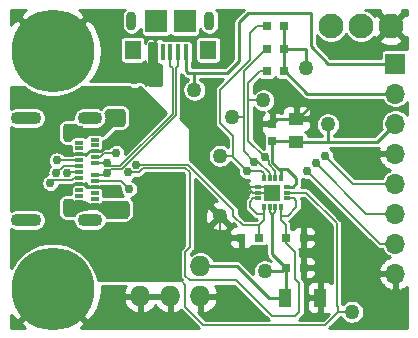
<source format=gtl>
G04 #@! TF.GenerationSoftware,KiCad,Pcbnew,5.1.10*
G04 #@! TF.CreationDate,2021-05-27T14:54:43+02:00*
G04 #@! TF.ProjectId,USB-PD-Breakout,5553422d-5044-42d4-9272-65616b6f7574,rev?*
G04 #@! TF.SameCoordinates,Original*
G04 #@! TF.FileFunction,Copper,L1,Top*
G04 #@! TF.FilePolarity,Positive*
%FSLAX46Y46*%
G04 Gerber Fmt 4.6, Leading zero omitted, Abs format (unit mm)*
G04 Created by KiCad (PCBNEW 5.1.10) date 2021-05-27 14:54:43*
%MOMM*%
%LPD*%
G01*
G04 APERTURE LIST*
G04 #@! TA.AperFunction,SMDPad,CuDef*
%ADD10O,2.600000X1.100000*%
G04 #@! TD*
G04 #@! TA.AperFunction,SMDPad,CuDef*
%ADD11O,2.100000X1.100000*%
G04 #@! TD*
G04 #@! TA.AperFunction,SMDPad,CuDef*
%ADD12R,0.700000X1.000000*%
G04 #@! TD*
G04 #@! TA.AperFunction,SMDPad,CuDef*
%ADD13R,0.700000X0.300000*%
G04 #@! TD*
G04 #@! TA.AperFunction,SMDPad,CuDef*
%ADD14O,0.900000X1.600000*%
G04 #@! TD*
G04 #@! TA.AperFunction,SMDPad,CuDef*
%ADD15R,1.400000X1.600000*%
G04 #@! TD*
G04 #@! TA.AperFunction,SMDPad,CuDef*
%ADD16R,1.900000X1.900000*%
G04 #@! TD*
G04 #@! TA.AperFunction,SMDPad,CuDef*
%ADD17R,0.400000X1.350000*%
G04 #@! TD*
G04 #@! TA.AperFunction,ComponentPad*
%ADD18R,1.727200X1.727200*%
G04 #@! TD*
G04 #@! TA.AperFunction,ComponentPad*
%ADD19O,1.727200X1.727200*%
G04 #@! TD*
G04 #@! TA.AperFunction,SMDPad,CuDef*
%ADD20R,1.000000X1.600000*%
G04 #@! TD*
G04 #@! TA.AperFunction,SMDPad,CuDef*
%ADD21R,0.800000X0.750000*%
G04 #@! TD*
G04 #@! TA.AperFunction,SMDPad,CuDef*
%ADD22R,1.250000X1.000000*%
G04 #@! TD*
G04 #@! TA.AperFunction,SMDPad,CuDef*
%ADD23R,0.750000X0.800000*%
G04 #@! TD*
G04 #@! TA.AperFunction,SMDPad,CuDef*
%ADD24R,0.580000X0.300000*%
G04 #@! TD*
G04 #@! TA.AperFunction,SMDPad,CuDef*
%ADD25R,0.300000X0.580000*%
G04 #@! TD*
G04 #@! TA.AperFunction,SMDPad,CuDef*
%ADD26R,1.450000X1.450000*%
G04 #@! TD*
G04 #@! TA.AperFunction,ComponentPad*
%ADD27C,7.000000*%
G04 #@! TD*
G04 #@! TA.AperFunction,ComponentPad*
%ADD28C,0.600000*%
G04 #@! TD*
G04 #@! TA.AperFunction,ComponentPad*
%ADD29O,1.700000X1.700000*%
G04 #@! TD*
G04 #@! TA.AperFunction,ComponentPad*
%ADD30R,1.700000X1.700000*%
G04 #@! TD*
G04 #@! TA.AperFunction,SMDPad,CuDef*
%ADD31C,1.270000*%
G04 #@! TD*
G04 #@! TA.AperFunction,ComponentPad*
%ADD32C,2.100000*%
G04 #@! TD*
G04 #@! TA.AperFunction,ViaPad*
%ADD33C,0.762000*%
G04 #@! TD*
G04 #@! TA.AperFunction,Conductor*
%ADD34C,0.254000*%
G04 #@! TD*
G04 #@! TA.AperFunction,Conductor*
%ADD35C,0.127000*%
G04 #@! TD*
G04 APERTURE END LIST*
D10*
X103370000Y-91920000D03*
X103370000Y-83280000D03*
D11*
X108730000Y-91920000D03*
X108730000Y-83280000D03*
D12*
X107840000Y-84500000D03*
D13*
X107840000Y-85350000D03*
X107840000Y-85850000D03*
X107840000Y-86350000D03*
X107840000Y-86850000D03*
X107840000Y-87350000D03*
X107840000Y-87850000D03*
X107840000Y-88350000D03*
X107840000Y-88850000D03*
X107840000Y-89350000D03*
X107840000Y-89850000D03*
D12*
X107840000Y-90700000D03*
D13*
X109140000Y-90600000D03*
X109140000Y-90100000D03*
X109140000Y-89600000D03*
X109140000Y-89100000D03*
X109140000Y-88600000D03*
X109140000Y-88100000D03*
X109140000Y-87100000D03*
X109140000Y-86600000D03*
X109140000Y-86100000D03*
X109140000Y-85600000D03*
X109140000Y-85100000D03*
X109140000Y-84600000D03*
D14*
X112270000Y-75050000D03*
X118870000Y-75050000D03*
D15*
X112370000Y-77500000D03*
X118770000Y-77500000D03*
D16*
X114370000Y-75050000D03*
X116770000Y-75050000D03*
D17*
X114270000Y-77725000D03*
X114920000Y-77725000D03*
X115570000Y-77725000D03*
X116220000Y-77725000D03*
X116870000Y-77725000D03*
D18*
X113030000Y-95805000D03*
D19*
X113030000Y-98345000D03*
X115570000Y-95805000D03*
X115570000Y-98345000D03*
X118110000Y-95805000D03*
X118110000Y-98345000D03*
D20*
X125246000Y-98472000D03*
X128246000Y-98472000D03*
D21*
X125361000Y-95932000D03*
X126861000Y-95932000D03*
D22*
X126238000Y-85328000D03*
X126238000Y-83328000D03*
D23*
X124206000Y-85252000D03*
X124206000Y-83752000D03*
D21*
X125361000Y-93392000D03*
X126861000Y-93392000D03*
X123051000Y-93392000D03*
X121551000Y-93392000D03*
X125210000Y-75485000D03*
X123710000Y-75485000D03*
X125210000Y-77390000D03*
X123710000Y-77390000D03*
X125210000Y-79295000D03*
X123710000Y-79295000D03*
D24*
X125421000Y-90082000D03*
X125421000Y-89582000D03*
X125421000Y-89082000D03*
D25*
X124456000Y-88367000D03*
X123956000Y-88367000D03*
X123456000Y-88367000D03*
D24*
X122991000Y-89082000D03*
X122991000Y-89582000D03*
X122991000Y-90082000D03*
D25*
X123456000Y-90797000D03*
X124456000Y-90797000D03*
X124956000Y-90797000D03*
X123956000Y-90797000D03*
X124956000Y-88367000D03*
D26*
X124206000Y-89582000D03*
D27*
X105600000Y-97710000D03*
D28*
X108225000Y-97710000D03*
X107456155Y-99566155D03*
X105600000Y-100335000D03*
X103743845Y-99566155D03*
X102975000Y-97710000D03*
X103743845Y-95853845D03*
X105600000Y-95085000D03*
X107456155Y-95853845D03*
D27*
X105600000Y-77600000D03*
D28*
X108225000Y-77600000D03*
X107456155Y-79456155D03*
X105600000Y-80225000D03*
X103743845Y-79456155D03*
X102975000Y-77600000D03*
X103743845Y-75743845D03*
X105600000Y-74975000D03*
X107456155Y-75743845D03*
D29*
X134620000Y-96440000D03*
X134620000Y-93900000D03*
X134620000Y-91360000D03*
X134620000Y-88820000D03*
X134620000Y-86280000D03*
X134620000Y-83740000D03*
X134620000Y-81200000D03*
D30*
X134620000Y-78660000D03*
D31*
X128905000Y-83820000D03*
X127063500Y-79057500D03*
X117602000Y-80899000D03*
X130937000Y-99695000D03*
X123571000Y-96266000D03*
X123444000Y-81788000D03*
X120777000Y-83185000D03*
X119761000Y-86487000D03*
X119761000Y-91567000D03*
D32*
X129159000Y-75501500D03*
X131699000Y-75501500D03*
X134239000Y-75501500D03*
D33*
X112522000Y-80057000D03*
X112522000Y-79168000D03*
X113411000Y-79168000D03*
X113411000Y-80057000D03*
X114300000Y-80057000D03*
X114300000Y-79168000D03*
X111379000Y-83613000D03*
X111379000Y-82851000D03*
X110617000Y-82851000D03*
X110617000Y-83613000D03*
X110109000Y-84121000D03*
X106807000Y-84121000D03*
X106807000Y-84883000D03*
X106807000Y-91233000D03*
X106807000Y-90471000D03*
X110998000Y-91360000D03*
X111760000Y-91360000D03*
X111760000Y-90598000D03*
X110998000Y-90598000D03*
X110236000Y-90598000D03*
X128270000Y-100076000D03*
X126873000Y-94615000D03*
X126873000Y-92075000D03*
X121920000Y-89154000D03*
X120269000Y-93345000D03*
X127508000Y-82169000D03*
X122936000Y-83693000D03*
X112077500Y-89281000D03*
X105936000Y-86850000D03*
X122047000Y-87757000D03*
X127127000Y-87757000D03*
X122682000Y-86995000D03*
X127889000Y-87122000D03*
X123571000Y-86614000D03*
X128651000Y-86487000D03*
X105410000Y-88773000D03*
X112014000Y-87884000D03*
X112649000Y-87249000D03*
X110998000Y-86233000D03*
X110234413Y-87045175D03*
X106807000Y-87931000D03*
X110236005Y-87934185D03*
X105918000Y-87931000D03*
D34*
X113411000Y-79168000D02*
X112522000Y-79168000D01*
X114300000Y-80057000D02*
X113411000Y-80057000D01*
X114270000Y-77725000D02*
X114270000Y-79138000D01*
X114270000Y-79138000D02*
X114300000Y-79168000D01*
X111379000Y-82851000D02*
X111379000Y-83613000D01*
X110617000Y-83613000D02*
X110617000Y-82851000D01*
X109110000Y-84600000D02*
X109630000Y-84600000D01*
X109630000Y-84600000D02*
X110109000Y-84121000D01*
X109110000Y-84600000D02*
X107940000Y-84600000D01*
X107940000Y-84600000D02*
X107840000Y-84500000D01*
X107840000Y-84500000D02*
X107190000Y-84500000D01*
X107190000Y-84500000D02*
X106807000Y-84883000D01*
X107840000Y-90700000D02*
X107036000Y-90700000D01*
X107036000Y-90700000D02*
X106807000Y-90471000D01*
X107840000Y-90700000D02*
X106832000Y-90700000D01*
X106832000Y-90700000D02*
X106807000Y-90725000D01*
X109110000Y-90600000D02*
X107940000Y-90600000D01*
X107940000Y-90600000D02*
X107840000Y-90700000D01*
X111760000Y-91360000D02*
X110998000Y-91360000D01*
X110998000Y-90598000D02*
X111760000Y-90598000D01*
X109110000Y-90600000D02*
X110234000Y-90600000D01*
X110234000Y-90600000D02*
X110236000Y-90598000D01*
X128246000Y-98472000D02*
X128246000Y-100052000D01*
X128246000Y-100052000D02*
X128270000Y-100076000D01*
X126861000Y-95932000D02*
X126861000Y-94627000D01*
X126861000Y-94627000D02*
X126873000Y-94615000D01*
X126861000Y-93392000D02*
X126861000Y-92087000D01*
X126861000Y-92087000D02*
X126873000Y-92075000D01*
D35*
X122574000Y-89582000D02*
X122146000Y-89154000D01*
X122991000Y-89582000D02*
X122574000Y-89582000D01*
X122502000Y-89154000D02*
X122146000Y-89154000D01*
X122574000Y-89082000D02*
X122502000Y-89154000D01*
X122991000Y-89082000D02*
X122574000Y-89082000D01*
X122146000Y-89154000D02*
X121920000Y-89154000D01*
D34*
X126861000Y-94603000D02*
X126873000Y-94615000D01*
X126861000Y-93392000D02*
X126861000Y-94603000D01*
D35*
X121551000Y-93392000D02*
X120316000Y-93392000D01*
X120316000Y-93392000D02*
X120269000Y-93345000D01*
D34*
X124630000Y-83328000D02*
X124206000Y-83752000D01*
X126238000Y-83328000D02*
X124630000Y-83328000D01*
X126238000Y-83328000D02*
X126349000Y-83328000D01*
X126349000Y-83328000D02*
X127508000Y-82169000D01*
X124206000Y-83752000D02*
X122995000Y-83752000D01*
X122995000Y-83752000D02*
X122936000Y-83693000D01*
D35*
X120269000Y-93345000D02*
X119761000Y-92837000D01*
X119761000Y-92837000D02*
X119761000Y-91567000D01*
X122991000Y-89582000D02*
X124206000Y-89582000D01*
X123706000Y-89082000D02*
X124206000Y-89582000D01*
X122991000Y-89082000D02*
X123706000Y-89082000D01*
X109140000Y-88600000D02*
X111396500Y-88600000D01*
X111396500Y-88600000D02*
X112077500Y-89281000D01*
X112077500Y-89281000D02*
X112077500Y-89281000D01*
X107840000Y-86850000D02*
X105936000Y-86850000D01*
X105936000Y-86850000D02*
X105936000Y-86850000D01*
X123456000Y-88367000D02*
X123456000Y-87950000D01*
X123456000Y-87950000D02*
X123263000Y-87757000D01*
X123263000Y-87757000D02*
X122047000Y-87757000D01*
X133270000Y-93900000D02*
X127127000Y-87757000D01*
X134620000Y-93900000D02*
X133270000Y-93900000D01*
X120904000Y-86614000D02*
X122047000Y-87757000D01*
X120904000Y-86487000D02*
X119761000Y-86487000D01*
X120904000Y-86487000D02*
X120904000Y-86614000D01*
X122889000Y-75485000D02*
X123710000Y-75485000D01*
X120904000Y-84836000D02*
X119761000Y-83693000D01*
X120904000Y-86487000D02*
X120904000Y-84836000D01*
X119761000Y-83693000D02*
X119761000Y-80899000D01*
X119761000Y-80899000D02*
X122301000Y-78359000D01*
X122301000Y-78359000D02*
X122301000Y-76073000D01*
X122301000Y-76073000D02*
X122889000Y-75485000D01*
X123685000Y-77390000D02*
X123710000Y-77390000D01*
X121793000Y-79282000D02*
X123685000Y-77390000D01*
X123956000Y-88367000D02*
X123956000Y-87950000D01*
X123956000Y-87950000D02*
X123001000Y-86995000D01*
X123001000Y-86995000D02*
X122682000Y-86995000D01*
X121793000Y-86106000D02*
X121793000Y-85725000D01*
X122682000Y-86995000D02*
X121793000Y-86106000D01*
X121793000Y-85787000D02*
X121793000Y-85725000D01*
X132127000Y-91360000D02*
X134620000Y-91360000D01*
X127889000Y-87122000D02*
X132127000Y-91360000D01*
X121675025Y-83185000D02*
X121793000Y-83185000D01*
X120777000Y-83185000D02*
X121675025Y-83185000D01*
X121793000Y-85725000D02*
X121793000Y-83185000D01*
X121793000Y-83185000D02*
X121793000Y-79282000D01*
X123183000Y-79295000D02*
X123710000Y-79295000D01*
X122174000Y-80304000D02*
X123183000Y-79295000D01*
X124456000Y-88367000D02*
X124456000Y-87950000D01*
X123599500Y-86642500D02*
X123571000Y-86614000D01*
X123888744Y-86931746D02*
X123571000Y-86614000D01*
X123888744Y-87204411D02*
X123888744Y-86931746D01*
X124456000Y-87771667D02*
X123888744Y-87204411D01*
X124456000Y-87950000D02*
X124456000Y-87771667D01*
X122174000Y-85217000D02*
X122174000Y-84201000D01*
X123571000Y-86614000D02*
X122174000Y-85217000D01*
X130984000Y-88820000D02*
X134620000Y-88820000D01*
X128651000Y-86487000D02*
X130984000Y-88820000D01*
X123444000Y-81788000D02*
X122174000Y-81788000D01*
X122174000Y-84201000D02*
X122174000Y-81788000D01*
X122174000Y-81788000D02*
X122174000Y-80304000D01*
X123956000Y-91214000D02*
X124206000Y-91464000D01*
X123956000Y-90797000D02*
X123956000Y-91214000D01*
X124456000Y-91214000D02*
X124206000Y-91464000D01*
X124456000Y-90797000D02*
X124456000Y-91214000D01*
D34*
X125336000Y-95932000D02*
X125361000Y-95932000D01*
X124206000Y-94802000D02*
X125336000Y-95932000D01*
X124206000Y-91464000D02*
X124206000Y-94802000D01*
X125361000Y-98357000D02*
X125246000Y-98472000D01*
X125361000Y-95932000D02*
X125361000Y-98357000D01*
X118110000Y-95805000D02*
X121205000Y-95805000D01*
X123872000Y-98472000D02*
X125246000Y-98472000D01*
X121205000Y-95805000D02*
X123872000Y-98472000D01*
X125027000Y-96266000D02*
X125361000Y-95932000D01*
X123571000Y-96266000D02*
X125027000Y-96266000D01*
X124206000Y-87073000D02*
X124206000Y-85252000D01*
X124956000Y-88367000D02*
X124956000Y-87823000D01*
X126162000Y-85252000D02*
X126238000Y-85328000D01*
X124206000Y-85252000D02*
X126162000Y-85252000D01*
X133032000Y-85328000D02*
X134620000Y-83740000D01*
X125965000Y-89082000D02*
X126238000Y-88809000D01*
X125421000Y-89082000D02*
X125965000Y-89082000D01*
X126238000Y-88809000D02*
X126238000Y-88392000D01*
X125451500Y-87605500D02*
X124738500Y-87605500D01*
X126238000Y-88392000D02*
X125451500Y-87605500D01*
X124956000Y-87823000D02*
X124738500Y-87605500D01*
X124738500Y-87605500D02*
X124206000Y-87073000D01*
X128905000Y-85312000D02*
X128889000Y-85328000D01*
X128905000Y-83820000D02*
X128905000Y-85312000D01*
X126238000Y-85328000D02*
X128889000Y-85328000D01*
X128889000Y-85328000D02*
X133032000Y-85328000D01*
D35*
X107363000Y-88350000D02*
X107194000Y-88519000D01*
X107840000Y-88350000D02*
X107363000Y-88350000D01*
X107194000Y-88519000D02*
X105664000Y-88519000D01*
X105664000Y-88519000D02*
X105410000Y-88773000D01*
X125361000Y-92341000D02*
X125361000Y-93392000D01*
X124956000Y-91936000D02*
X125361000Y-92341000D01*
X124956000Y-90797000D02*
X124956000Y-91555000D01*
X124956000Y-91555000D02*
X124956000Y-91936000D01*
X126023000Y-90082000D02*
X125421000Y-90082000D01*
X126238000Y-90297000D02*
X126023000Y-90082000D01*
X126238000Y-90805000D02*
X126238000Y-90297000D01*
X124956000Y-91555000D02*
X125488000Y-91555000D01*
X125488000Y-91555000D02*
X126238000Y-90805000D01*
X126111000Y-100076000D02*
X126492000Y-99695000D01*
X124206000Y-100076000D02*
X126111000Y-100076000D01*
X126492000Y-99695000D02*
X126492000Y-97282000D01*
X126492000Y-97282000D02*
X126111000Y-96901000D01*
X117221000Y-97028000D02*
X121158000Y-97028000D01*
X126111000Y-96901000D02*
X126111000Y-94644000D01*
X125361000Y-93894000D02*
X125361000Y-93392000D01*
X126111000Y-94644000D02*
X125361000Y-93894000D01*
X121158000Y-97028000D02*
X124206000Y-100076000D01*
X116840000Y-96647000D02*
X117221000Y-97028000D01*
X112014000Y-87884000D02*
X112903000Y-87884000D01*
X112903000Y-87884000D02*
X113284000Y-87503000D01*
X113284000Y-87503000D02*
X116840000Y-87503000D01*
X116840000Y-87503000D02*
X117221000Y-87884000D01*
X117221000Y-94234000D02*
X116840000Y-94615000D01*
X117221000Y-87884000D02*
X117221000Y-94234000D01*
X116840000Y-94615000D02*
X116840000Y-96647000D01*
X123051000Y-92341000D02*
X123051000Y-93392000D01*
X123456000Y-91936000D02*
X123051000Y-92341000D01*
X122574000Y-90082000D02*
X122301000Y-90355000D01*
X122991000Y-90082000D02*
X122574000Y-90082000D01*
X122301000Y-90355000D02*
X122301000Y-90805000D01*
X122924000Y-91428000D02*
X123456000Y-91428000D01*
X122301000Y-90805000D02*
X122924000Y-91428000D01*
X123456000Y-90797000D02*
X123456000Y-91428000D01*
X123456000Y-91428000D02*
X123456000Y-91936000D01*
X109984000Y-86233000D02*
X110998000Y-86233000D01*
X109617000Y-86600000D02*
X109984000Y-86233000D01*
X109140000Y-86600000D02*
X109617000Y-86600000D01*
X121678000Y-92341000D02*
X123051000Y-92341000D01*
X120904000Y-91567000D02*
X121678000Y-92341000D01*
X120904000Y-91059000D02*
X120904000Y-91567000D01*
X112649000Y-87249000D02*
X117094000Y-87249000D01*
X117094000Y-87249000D02*
X120904000Y-91059000D01*
D34*
X109110000Y-89100000D02*
X110337000Y-89100000D01*
X107840000Y-88850000D02*
X108226000Y-88850000D01*
X108226000Y-88850000D02*
X108476000Y-89100000D01*
X108476000Y-89100000D02*
X109110000Y-89100000D01*
X107158798Y-89074000D02*
X106680000Y-89074000D01*
X107840000Y-88850000D02*
X107382798Y-88850000D01*
X107382798Y-88850000D02*
X107158798Y-89074000D01*
X107166000Y-86280000D02*
X106553000Y-86280000D01*
X107840000Y-86350000D02*
X107236000Y-86350000D01*
X107236000Y-86350000D02*
X107166000Y-86280000D01*
X108751257Y-86042743D02*
X109725588Y-86042743D01*
X109725588Y-86042743D02*
X109982000Y-85786331D01*
X108444000Y-86350000D02*
X108751257Y-86042743D01*
X107840000Y-86350000D02*
X108444000Y-86350000D01*
X109982000Y-85786331D02*
X109982000Y-85518000D01*
D35*
X127047000Y-89582000D02*
X125421000Y-89582000D01*
X129667000Y-92202000D02*
X127047000Y-89582000D01*
X128651000Y-100838000D02*
X129667000Y-99822000D01*
X116433599Y-96668599D02*
X116433599Y-97002599D01*
X115570000Y-95805000D02*
X116433599Y-96668599D01*
X116433599Y-97002599D02*
X116840000Y-97409000D01*
X116840000Y-97409000D02*
X116840000Y-99314000D01*
X116840000Y-99314000D02*
X118364000Y-100838000D01*
X118364000Y-100838000D02*
X128651000Y-100838000D01*
X129794000Y-99695000D02*
X130937000Y-99695000D01*
X129667000Y-99822000D02*
X129794000Y-99695000D01*
X129794000Y-99314000D02*
X129667000Y-99187000D01*
X129794000Y-99695000D02*
X129794000Y-99314000D01*
X129667000Y-99187000D02*
X129667000Y-92202000D01*
D34*
X116870000Y-77725000D02*
X116870000Y-79278000D01*
X116870000Y-79278000D02*
X117094000Y-79502000D01*
X117094000Y-79502000D02*
X117602000Y-79502000D01*
X117602000Y-80899000D02*
X117602000Y-79502000D01*
X130603000Y-78660000D02*
X134620000Y-78660000D01*
X128888470Y-78660000D02*
X130603000Y-78660000D01*
X127444500Y-77216030D02*
X128888470Y-78660000D01*
X122174000Y-74422000D02*
X127444500Y-74422000D01*
X121412000Y-75184000D02*
X122174000Y-74422000D01*
X127444500Y-74422000D02*
X127444500Y-77216030D01*
X121412000Y-78486000D02*
X121412000Y-75184000D01*
X120396000Y-79502000D02*
X121412000Y-78486000D01*
X117602000Y-79502000D02*
X120396000Y-79502000D01*
X125210000Y-75485000D02*
X125210000Y-77390000D01*
X125210000Y-77390000D02*
X125210000Y-79295000D01*
X125235000Y-79295000D02*
X125210000Y-79295000D01*
X127140000Y-81200000D02*
X125235000Y-79295000D01*
X134620000Y-81200000D02*
X127140000Y-81200000D01*
X125210000Y-77390000D02*
X127080000Y-77390000D01*
D35*
X127080000Y-78914000D02*
X127000000Y-78994000D01*
X127080000Y-79041000D02*
X127063500Y-79057500D01*
D34*
X127080000Y-77390000D02*
X127080000Y-79041000D01*
D35*
X109110000Y-87100000D02*
X110179588Y-87100000D01*
X110179588Y-87100000D02*
X110234413Y-87045175D01*
X107840000Y-87850000D02*
X106888000Y-87850000D01*
X106888000Y-87850000D02*
X106807000Y-87931000D01*
X109110000Y-87100000D02*
X109617000Y-87100000D01*
X115570000Y-78857500D02*
X115570000Y-77845000D01*
X115768000Y-79055500D02*
X115570000Y-78857500D01*
X115768000Y-82907000D02*
X115768000Y-79055500D01*
X111311523Y-87363477D02*
X115768000Y-82907000D01*
X110234413Y-87045175D02*
X110552715Y-87363477D01*
X110552715Y-87363477D02*
X111311523Y-87363477D01*
X109110000Y-88100000D02*
X110070190Y-88100000D01*
X110070190Y-88100000D02*
X110236005Y-87934185D01*
X107309000Y-87296000D02*
X106553000Y-87296000D01*
X106553000Y-87296000D02*
X105918000Y-87931000D01*
X107840000Y-87350000D02*
X107363000Y-87350000D01*
X107363000Y-87350000D02*
X107309000Y-87296000D01*
X116220000Y-78857500D02*
X116220000Y-77845000D01*
X116022000Y-79055500D02*
X116220000Y-78857500D01*
X116022000Y-83034000D02*
X116022000Y-79055500D01*
X111438525Y-87617475D02*
X116022000Y-83034000D01*
X110236005Y-87934185D02*
X110552715Y-87617475D01*
X110552715Y-87617475D02*
X111438525Y-87617475D01*
D34*
X114366299Y-76903492D02*
X114344513Y-76975311D01*
X114337157Y-77050000D01*
X114337157Y-78400000D01*
X114344513Y-78474689D01*
X114366299Y-78546508D01*
X114401678Y-78612696D01*
X114449289Y-78670711D01*
X114507304Y-78718322D01*
X114573492Y-78753701D01*
X114645311Y-78775487D01*
X114720000Y-78782843D01*
X114808000Y-78782843D01*
X114808000Y-80438000D01*
X113792000Y-80438000D01*
X113792000Y-76882000D01*
X114377787Y-76882000D01*
X114366299Y-76903492D01*
G04 #@! TA.AperFunction,Conductor*
G36*
X114366299Y-76903492D02*
G01*
X114344513Y-76975311D01*
X114337157Y-77050000D01*
X114337157Y-78400000D01*
X114344513Y-78474689D01*
X114366299Y-78546508D01*
X114401678Y-78612696D01*
X114449289Y-78670711D01*
X114507304Y-78718322D01*
X114573492Y-78753701D01*
X114645311Y-78775487D01*
X114720000Y-78782843D01*
X114808000Y-78782843D01*
X114808000Y-80438000D01*
X113792000Y-80438000D01*
X113792000Y-76882000D01*
X114377787Y-76882000D01*
X114366299Y-76903492D01*
G37*
G04 #@! TD.AperFunction*
X107219289Y-90270711D02*
X107277304Y-90318322D01*
X107343492Y-90353701D01*
X107415311Y-90375487D01*
X107490000Y-90382843D01*
X108190000Y-90382843D01*
X108264689Y-90375487D01*
X108299363Y-90364969D01*
X108368197Y-90433803D01*
X108387443Y-90449597D01*
X108409399Y-90461333D01*
X108433224Y-90468560D01*
X108458000Y-90471000D01*
X108478493Y-90471000D01*
X108519289Y-90520711D01*
X108577304Y-90568322D01*
X108643492Y-90603701D01*
X108715311Y-90625487D01*
X108790000Y-90632843D01*
X109490000Y-90632843D01*
X109564689Y-90625487D01*
X109636508Y-90603701D01*
X109702696Y-90568322D01*
X109760711Y-90520711D01*
X109808322Y-90462696D01*
X109830613Y-90420993D01*
X109907606Y-90344000D01*
X111834394Y-90344000D01*
X112014000Y-90523606D01*
X112014000Y-91434394D01*
X111834394Y-91614000D01*
X110161606Y-91614000D01*
X110076712Y-91529106D01*
X110007843Y-91400262D01*
X109891501Y-91258499D01*
X109749738Y-91142157D01*
X109620894Y-91073288D01*
X109436803Y-90889197D01*
X109417557Y-90873403D01*
X109395601Y-90861667D01*
X109371776Y-90854440D01*
X109347000Y-90852000D01*
X108585000Y-90852000D01*
X108560224Y-90854440D01*
X108536399Y-90861667D01*
X108514443Y-90873403D01*
X108495197Y-90889197D01*
X108395394Y-90989000D01*
X108184269Y-90989000D01*
X108047492Y-91002471D01*
X107871998Y-91055707D01*
X107710262Y-91142157D01*
X107568499Y-91258499D01*
X107452157Y-91400262D01*
X107424627Y-91451767D01*
X107389394Y-91487000D01*
X106732606Y-91487000D01*
X106553000Y-91307394D01*
X106553000Y-90396606D01*
X106732606Y-90217000D01*
X107175210Y-90217000D01*
X107219289Y-90270711D01*
G04 #@! TA.AperFunction,Conductor*
G36*
X107219289Y-90270711D02*
G01*
X107277304Y-90318322D01*
X107343492Y-90353701D01*
X107415311Y-90375487D01*
X107490000Y-90382843D01*
X108190000Y-90382843D01*
X108264689Y-90375487D01*
X108299363Y-90364969D01*
X108368197Y-90433803D01*
X108387443Y-90449597D01*
X108409399Y-90461333D01*
X108433224Y-90468560D01*
X108458000Y-90471000D01*
X108478493Y-90471000D01*
X108519289Y-90520711D01*
X108577304Y-90568322D01*
X108643492Y-90603701D01*
X108715311Y-90625487D01*
X108790000Y-90632843D01*
X109490000Y-90632843D01*
X109564689Y-90625487D01*
X109636508Y-90603701D01*
X109702696Y-90568322D01*
X109760711Y-90520711D01*
X109808322Y-90462696D01*
X109830613Y-90420993D01*
X109907606Y-90344000D01*
X111834394Y-90344000D01*
X112014000Y-90523606D01*
X112014000Y-91434394D01*
X111834394Y-91614000D01*
X110161606Y-91614000D01*
X110076712Y-91529106D01*
X110007843Y-91400262D01*
X109891501Y-91258499D01*
X109749738Y-91142157D01*
X109620894Y-91073288D01*
X109436803Y-90889197D01*
X109417557Y-90873403D01*
X109395601Y-90861667D01*
X109371776Y-90854440D01*
X109347000Y-90852000D01*
X108585000Y-90852000D01*
X108560224Y-90854440D01*
X108536399Y-90861667D01*
X108514443Y-90873403D01*
X108495197Y-90889197D01*
X108395394Y-90989000D01*
X108184269Y-90989000D01*
X108047492Y-91002471D01*
X107871998Y-91055707D01*
X107710262Y-91142157D01*
X107568499Y-91258499D01*
X107452157Y-91400262D01*
X107424627Y-91451767D01*
X107389394Y-91487000D01*
X106732606Y-91487000D01*
X106553000Y-91307394D01*
X106553000Y-90396606D01*
X106732606Y-90217000D01*
X107175210Y-90217000D01*
X107219289Y-90270711D01*
G37*
G04 #@! TD.AperFunction*
X111633000Y-82776606D02*
X111633000Y-83687394D01*
X111453394Y-83867000D01*
X110744000Y-83867000D01*
X110719224Y-83869440D01*
X110695399Y-83876667D01*
X110673443Y-83888403D01*
X110654197Y-83904197D01*
X109812769Y-84745625D01*
X109808322Y-84737304D01*
X109760711Y-84679289D01*
X109702696Y-84631678D01*
X109636508Y-84596299D01*
X109564689Y-84574513D01*
X109490000Y-84567157D01*
X108790000Y-84567157D01*
X108715311Y-84574513D01*
X108643492Y-84596299D01*
X108577304Y-84631678D01*
X108519289Y-84679289D01*
X108471678Y-84737304D01*
X108436299Y-84803492D01*
X108415136Y-84873258D01*
X108405394Y-84883000D01*
X108404307Y-84883000D01*
X108402696Y-84881678D01*
X108336508Y-84846299D01*
X108264689Y-84824513D01*
X108190000Y-84817157D01*
X107490000Y-84817157D01*
X107415311Y-84824513D01*
X107343492Y-84846299D01*
X107277304Y-84881678D01*
X107259271Y-84896477D01*
X107244443Y-84904403D01*
X107225197Y-84920197D01*
X107008394Y-85137000D01*
X106732606Y-85137000D01*
X106553000Y-84957394D01*
X106553000Y-84046606D01*
X106732606Y-83867000D01*
X107507358Y-83867000D01*
X107568499Y-83941501D01*
X107710262Y-84057843D01*
X107871998Y-84144293D01*
X108047492Y-84197529D01*
X108184269Y-84211000D01*
X109275731Y-84211000D01*
X109412508Y-84197529D01*
X109588002Y-84144293D01*
X109749738Y-84057843D01*
X109891501Y-83941501D01*
X110007843Y-83799738D01*
X110094293Y-83638002D01*
X110147529Y-83462508D01*
X110165504Y-83280000D01*
X110147529Y-83097492D01*
X110094293Y-82921998D01*
X110048772Y-82836834D01*
X110288606Y-82597000D01*
X111453394Y-82597000D01*
X111633000Y-82776606D01*
G04 #@! TA.AperFunction,Conductor*
G36*
X111633000Y-82776606D02*
G01*
X111633000Y-83687394D01*
X111453394Y-83867000D01*
X110744000Y-83867000D01*
X110719224Y-83869440D01*
X110695399Y-83876667D01*
X110673443Y-83888403D01*
X110654197Y-83904197D01*
X109812769Y-84745625D01*
X109808322Y-84737304D01*
X109760711Y-84679289D01*
X109702696Y-84631678D01*
X109636508Y-84596299D01*
X109564689Y-84574513D01*
X109490000Y-84567157D01*
X108790000Y-84567157D01*
X108715311Y-84574513D01*
X108643492Y-84596299D01*
X108577304Y-84631678D01*
X108519289Y-84679289D01*
X108471678Y-84737304D01*
X108436299Y-84803492D01*
X108415136Y-84873258D01*
X108405394Y-84883000D01*
X108404307Y-84883000D01*
X108402696Y-84881678D01*
X108336508Y-84846299D01*
X108264689Y-84824513D01*
X108190000Y-84817157D01*
X107490000Y-84817157D01*
X107415311Y-84824513D01*
X107343492Y-84846299D01*
X107277304Y-84881678D01*
X107259271Y-84896477D01*
X107244443Y-84904403D01*
X107225197Y-84920197D01*
X107008394Y-85137000D01*
X106732606Y-85137000D01*
X106553000Y-84957394D01*
X106553000Y-84046606D01*
X106732606Y-83867000D01*
X107507358Y-83867000D01*
X107568499Y-83941501D01*
X107710262Y-84057843D01*
X107871998Y-84144293D01*
X108047492Y-84197529D01*
X108184269Y-84211000D01*
X109275731Y-84211000D01*
X109412508Y-84197529D01*
X109588002Y-84144293D01*
X109749738Y-84057843D01*
X109891501Y-83941501D01*
X110007843Y-83799738D01*
X110094293Y-83638002D01*
X110147529Y-83462508D01*
X110165504Y-83280000D01*
X110147529Y-83097492D01*
X110094293Y-82921998D01*
X110048772Y-82836834D01*
X110288606Y-82597000D01*
X111453394Y-82597000D01*
X111633000Y-82776606D01*
G37*
G04 #@! TD.AperFunction*
X111747316Y-97570056D02*
X111620778Y-97835186D01*
X111575042Y-97985974D01*
X111696183Y-98218000D01*
X112903000Y-98218000D01*
X112903000Y-98198000D01*
X113157000Y-98198000D01*
X113157000Y-98218000D01*
X115443000Y-98218000D01*
X115443000Y-98198000D01*
X115697000Y-98198000D01*
X115697000Y-98218000D01*
X115717000Y-98218000D01*
X115717000Y-98472000D01*
X115697000Y-98472000D01*
X115697000Y-99679464D01*
X115929027Y-99799963D01*
X116205978Y-99701964D01*
X116458488Y-99551817D01*
X116461604Y-99549012D01*
X116468624Y-99562145D01*
X116510255Y-99612872D01*
X116510259Y-99612876D01*
X116524172Y-99629829D01*
X116541125Y-99643742D01*
X117989382Y-101092000D01*
X107978373Y-101092000D01*
X108334550Y-100624155D01*
X105600000Y-97889605D01*
X102865450Y-100624155D01*
X103221627Y-101092000D01*
X102108000Y-101092000D01*
X102108000Y-99955230D01*
X102125285Y-99988256D01*
X102165450Y-100048366D01*
X102685845Y-100444550D01*
X105420395Y-97710000D01*
X105406253Y-97695858D01*
X105585858Y-97516253D01*
X105600000Y-97530395D01*
X105614143Y-97516253D01*
X105793748Y-97695858D01*
X105779605Y-97710000D01*
X108514155Y-100444550D01*
X109034550Y-100048366D01*
X109424748Y-99333388D01*
X109621658Y-98704026D01*
X111575042Y-98704026D01*
X111620778Y-98854814D01*
X111747316Y-99119944D01*
X111923146Y-99355293D01*
X112141512Y-99551817D01*
X112394022Y-99701964D01*
X112670973Y-99799963D01*
X112903000Y-99679464D01*
X112903000Y-98472000D01*
X113157000Y-98472000D01*
X113157000Y-99679464D01*
X113389027Y-99799963D01*
X113665978Y-99701964D01*
X113918488Y-99551817D01*
X114136854Y-99355293D01*
X114300000Y-99136922D01*
X114463146Y-99355293D01*
X114681512Y-99551817D01*
X114934022Y-99701964D01*
X115210973Y-99799963D01*
X115443000Y-99679464D01*
X115443000Y-98472000D01*
X113157000Y-98472000D01*
X112903000Y-98472000D01*
X111696183Y-98472000D01*
X111575042Y-98704026D01*
X109621658Y-98704026D01*
X109667964Y-98556024D01*
X109754851Y-97746147D01*
X109731478Y-97485622D01*
X111816888Y-97476933D01*
X111747316Y-97570056D01*
G04 #@! TA.AperFunction,Conductor*
G36*
X111747316Y-97570056D02*
G01*
X111620778Y-97835186D01*
X111575042Y-97985974D01*
X111696183Y-98218000D01*
X112903000Y-98218000D01*
X112903000Y-98198000D01*
X113157000Y-98198000D01*
X113157000Y-98218000D01*
X115443000Y-98218000D01*
X115443000Y-98198000D01*
X115697000Y-98198000D01*
X115697000Y-98218000D01*
X115717000Y-98218000D01*
X115717000Y-98472000D01*
X115697000Y-98472000D01*
X115697000Y-99679464D01*
X115929027Y-99799963D01*
X116205978Y-99701964D01*
X116458488Y-99551817D01*
X116461604Y-99549012D01*
X116468624Y-99562145D01*
X116510255Y-99612872D01*
X116510259Y-99612876D01*
X116524172Y-99629829D01*
X116541125Y-99643742D01*
X117989382Y-101092000D01*
X107978373Y-101092000D01*
X108334550Y-100624155D01*
X105600000Y-97889605D01*
X102865450Y-100624155D01*
X103221627Y-101092000D01*
X102108000Y-101092000D01*
X102108000Y-99955230D01*
X102125285Y-99988256D01*
X102165450Y-100048366D01*
X102685845Y-100444550D01*
X105420395Y-97710000D01*
X105406253Y-97695858D01*
X105585858Y-97516253D01*
X105600000Y-97530395D01*
X105614143Y-97516253D01*
X105793748Y-97695858D01*
X105779605Y-97710000D01*
X108514155Y-100444550D01*
X109034550Y-100048366D01*
X109424748Y-99333388D01*
X109621658Y-98704026D01*
X111575042Y-98704026D01*
X111620778Y-98854814D01*
X111747316Y-99119944D01*
X111923146Y-99355293D01*
X112141512Y-99551817D01*
X112394022Y-99701964D01*
X112670973Y-99799963D01*
X112903000Y-99679464D01*
X112903000Y-98472000D01*
X113157000Y-98472000D01*
X113157000Y-99679464D01*
X113389027Y-99799963D01*
X113665978Y-99701964D01*
X113918488Y-99551817D01*
X114136854Y-99355293D01*
X114300000Y-99136922D01*
X114463146Y-99355293D01*
X114681512Y-99551817D01*
X114934022Y-99701964D01*
X115210973Y-99799963D01*
X115443000Y-99679464D01*
X115443000Y-98472000D01*
X113157000Y-98472000D01*
X112903000Y-98472000D01*
X111696183Y-98472000D01*
X111575042Y-98704026D01*
X109621658Y-98704026D01*
X109667964Y-98556024D01*
X109754851Y-97746147D01*
X109731478Y-97485622D01*
X111816888Y-97476933D01*
X111747316Y-97570056D01*
G37*
G04 #@! TD.AperFunction*
X126766058Y-88432276D02*
X126904733Y-88489717D01*
X127051950Y-88519000D01*
X127202050Y-88519000D01*
X127250705Y-88509322D01*
X132940258Y-94198876D01*
X132954171Y-94215829D01*
X132971124Y-94229742D01*
X132971127Y-94229745D01*
X133021854Y-94271376D01*
X133059584Y-94291543D01*
X133099074Y-94312651D01*
X133182863Y-94338068D01*
X133248170Y-94344500D01*
X133248180Y-94344500D01*
X133270000Y-94346649D01*
X133291820Y-94344500D01*
X133471694Y-94344500D01*
X133529102Y-94483097D01*
X133663820Y-94684717D01*
X133835283Y-94856180D01*
X134036903Y-94990898D01*
X134151168Y-95038228D01*
X133988748Y-95095843D01*
X133738645Y-95244822D01*
X133522412Y-95439731D01*
X133348359Y-95673080D01*
X133223175Y-95935901D01*
X133178524Y-96083110D01*
X133299845Y-96313000D01*
X134493000Y-96313000D01*
X134493000Y-96293000D01*
X134747000Y-96293000D01*
X134747000Y-96313000D01*
X134767000Y-96313000D01*
X134767000Y-96567000D01*
X134747000Y-96567000D01*
X134747000Y-97760814D01*
X134976891Y-97881481D01*
X135251252Y-97784157D01*
X135501355Y-97635178D01*
X135592001Y-97553471D01*
X135592001Y-101092000D01*
X129025617Y-101092000D01*
X129978118Y-100139500D01*
X130021407Y-100139500D01*
X130036632Y-100176256D01*
X130147821Y-100342662D01*
X130289338Y-100484179D01*
X130455744Y-100595368D01*
X130640644Y-100671956D01*
X130836933Y-100711000D01*
X131037067Y-100711000D01*
X131233356Y-100671956D01*
X131418256Y-100595368D01*
X131584662Y-100484179D01*
X131726179Y-100342662D01*
X131837368Y-100176256D01*
X131913956Y-99991356D01*
X131953000Y-99795067D01*
X131953000Y-99594933D01*
X131913956Y-99398644D01*
X131837368Y-99213744D01*
X131726179Y-99047338D01*
X131584662Y-98905821D01*
X131418256Y-98794632D01*
X131233356Y-98718044D01*
X131037067Y-98679000D01*
X130836933Y-98679000D01*
X130640644Y-98718044D01*
X130455744Y-98794632D01*
X130289338Y-98905821D01*
X130149116Y-99046043D01*
X130111500Y-99000207D01*
X130111500Y-96796890D01*
X133178524Y-96796890D01*
X133223175Y-96944099D01*
X133348359Y-97206920D01*
X133522412Y-97440269D01*
X133738645Y-97635178D01*
X133988748Y-97784157D01*
X134263109Y-97881481D01*
X134493000Y-97760814D01*
X134493000Y-96567000D01*
X133299845Y-96567000D01*
X133178524Y-96796890D01*
X130111500Y-96796890D01*
X130111500Y-92223820D01*
X130113649Y-92202000D01*
X130111500Y-92180180D01*
X130111500Y-92180170D01*
X130105068Y-92114863D01*
X130079651Y-92031074D01*
X130065750Y-92005068D01*
X130038376Y-91953854D01*
X129996745Y-91903127D01*
X129996742Y-91903124D01*
X129982829Y-91886171D01*
X129965876Y-91872258D01*
X127376747Y-89283130D01*
X127362829Y-89266171D01*
X127295145Y-89210624D01*
X127217926Y-89169349D01*
X127134137Y-89143932D01*
X127068830Y-89137500D01*
X127068820Y-89137500D01*
X127047000Y-89135351D01*
X127025180Y-89137500D01*
X126625577Y-89137500D01*
X126662429Y-89092595D01*
X126687686Y-89045343D01*
X126709600Y-89004345D01*
X126709601Y-89004342D01*
X126738649Y-88908585D01*
X126746000Y-88833947D01*
X126746000Y-88833945D01*
X126748457Y-88809001D01*
X126746000Y-88784057D01*
X126746000Y-88418874D01*
X126766058Y-88432276D01*
G04 #@! TA.AperFunction,Conductor*
G36*
X126766058Y-88432276D02*
G01*
X126904733Y-88489717D01*
X127051950Y-88519000D01*
X127202050Y-88519000D01*
X127250705Y-88509322D01*
X132940258Y-94198876D01*
X132954171Y-94215829D01*
X132971124Y-94229742D01*
X132971127Y-94229745D01*
X133021854Y-94271376D01*
X133059584Y-94291543D01*
X133099074Y-94312651D01*
X133182863Y-94338068D01*
X133248170Y-94344500D01*
X133248180Y-94344500D01*
X133270000Y-94346649D01*
X133291820Y-94344500D01*
X133471694Y-94344500D01*
X133529102Y-94483097D01*
X133663820Y-94684717D01*
X133835283Y-94856180D01*
X134036903Y-94990898D01*
X134151168Y-95038228D01*
X133988748Y-95095843D01*
X133738645Y-95244822D01*
X133522412Y-95439731D01*
X133348359Y-95673080D01*
X133223175Y-95935901D01*
X133178524Y-96083110D01*
X133299845Y-96313000D01*
X134493000Y-96313000D01*
X134493000Y-96293000D01*
X134747000Y-96293000D01*
X134747000Y-96313000D01*
X134767000Y-96313000D01*
X134767000Y-96567000D01*
X134747000Y-96567000D01*
X134747000Y-97760814D01*
X134976891Y-97881481D01*
X135251252Y-97784157D01*
X135501355Y-97635178D01*
X135592001Y-97553471D01*
X135592001Y-101092000D01*
X129025617Y-101092000D01*
X129978118Y-100139500D01*
X130021407Y-100139500D01*
X130036632Y-100176256D01*
X130147821Y-100342662D01*
X130289338Y-100484179D01*
X130455744Y-100595368D01*
X130640644Y-100671956D01*
X130836933Y-100711000D01*
X131037067Y-100711000D01*
X131233356Y-100671956D01*
X131418256Y-100595368D01*
X131584662Y-100484179D01*
X131726179Y-100342662D01*
X131837368Y-100176256D01*
X131913956Y-99991356D01*
X131953000Y-99795067D01*
X131953000Y-99594933D01*
X131913956Y-99398644D01*
X131837368Y-99213744D01*
X131726179Y-99047338D01*
X131584662Y-98905821D01*
X131418256Y-98794632D01*
X131233356Y-98718044D01*
X131037067Y-98679000D01*
X130836933Y-98679000D01*
X130640644Y-98718044D01*
X130455744Y-98794632D01*
X130289338Y-98905821D01*
X130149116Y-99046043D01*
X130111500Y-99000207D01*
X130111500Y-96796890D01*
X133178524Y-96796890D01*
X133223175Y-96944099D01*
X133348359Y-97206920D01*
X133522412Y-97440269D01*
X133738645Y-97635178D01*
X133988748Y-97784157D01*
X134263109Y-97881481D01*
X134493000Y-97760814D01*
X134493000Y-96567000D01*
X133299845Y-96567000D01*
X133178524Y-96796890D01*
X130111500Y-96796890D01*
X130111500Y-92223820D01*
X130113649Y-92202000D01*
X130111500Y-92180180D01*
X130111500Y-92180170D01*
X130105068Y-92114863D01*
X130079651Y-92031074D01*
X130065750Y-92005068D01*
X130038376Y-91953854D01*
X129996745Y-91903127D01*
X129996742Y-91903124D01*
X129982829Y-91886171D01*
X129965876Y-91872258D01*
X127376747Y-89283130D01*
X127362829Y-89266171D01*
X127295145Y-89210624D01*
X127217926Y-89169349D01*
X127134137Y-89143932D01*
X127068830Y-89137500D01*
X127068820Y-89137500D01*
X127047000Y-89135351D01*
X127025180Y-89137500D01*
X126625577Y-89137500D01*
X126662429Y-89092595D01*
X126687686Y-89045343D01*
X126709600Y-89004345D01*
X126709601Y-89004342D01*
X126738649Y-88908585D01*
X126746000Y-88833947D01*
X126746000Y-88833945D01*
X126748457Y-88809001D01*
X126746000Y-88784057D01*
X126746000Y-88418874D01*
X126766058Y-88432276D01*
G37*
G04 #@! TD.AperFunction*
X123876258Y-100374876D02*
X123890171Y-100391829D01*
X123892207Y-100393500D01*
X118548118Y-100393500D01*
X117884984Y-99730367D01*
X117983000Y-99679464D01*
X117983000Y-98472000D01*
X118237000Y-98472000D01*
X118237000Y-99679464D01*
X118469027Y-99799963D01*
X118745978Y-99701964D01*
X118998488Y-99551817D01*
X119216854Y-99355293D01*
X119392684Y-99119944D01*
X119519222Y-98854814D01*
X119564958Y-98704026D01*
X119443817Y-98472000D01*
X118237000Y-98472000D01*
X117983000Y-98472000D01*
X117963000Y-98472000D01*
X117963000Y-98218000D01*
X117983000Y-98218000D01*
X117983000Y-98198000D01*
X118237000Y-98198000D01*
X118237000Y-98218000D01*
X119443817Y-98218000D01*
X119564958Y-97985974D01*
X119519222Y-97835186D01*
X119392684Y-97570056D01*
X119319800Y-97472500D01*
X120973883Y-97472500D01*
X123876258Y-100374876D01*
G04 #@! TA.AperFunction,Conductor*
G36*
X123876258Y-100374876D02*
G01*
X123890171Y-100391829D01*
X123892207Y-100393500D01*
X118548118Y-100393500D01*
X117884984Y-99730367D01*
X117983000Y-99679464D01*
X117983000Y-98472000D01*
X118237000Y-98472000D01*
X118237000Y-99679464D01*
X118469027Y-99799963D01*
X118745978Y-99701964D01*
X118998488Y-99551817D01*
X119216854Y-99355293D01*
X119392684Y-99119944D01*
X119519222Y-98854814D01*
X119564958Y-98704026D01*
X119443817Y-98472000D01*
X118237000Y-98472000D01*
X117983000Y-98472000D01*
X117963000Y-98472000D01*
X117963000Y-98218000D01*
X117983000Y-98218000D01*
X117983000Y-98198000D01*
X118237000Y-98198000D01*
X118237000Y-98218000D01*
X119443817Y-98218000D01*
X119564958Y-97985974D01*
X119519222Y-97835186D01*
X119392684Y-97570056D01*
X119319800Y-97472500D01*
X120973883Y-97472500D01*
X123876258Y-100374876D01*
G37*
G04 #@! TD.AperFunction*
X129222501Y-92386119D02*
X129222500Y-97251662D01*
X129197185Y-97220815D01*
X129100494Y-97141463D01*
X128990180Y-97082498D01*
X128870482Y-97046188D01*
X128746000Y-97033928D01*
X128531750Y-97037000D01*
X128373000Y-97195750D01*
X128373000Y-98345000D01*
X128393000Y-98345000D01*
X128393000Y-98599000D01*
X128373000Y-98599000D01*
X128373000Y-99748250D01*
X128531750Y-99907000D01*
X128746000Y-99910072D01*
X128870482Y-99897812D01*
X128990180Y-99861502D01*
X129008871Y-99851511D01*
X128466883Y-100393500D01*
X126424793Y-100393500D01*
X126426829Y-100391829D01*
X126440746Y-100374871D01*
X126790877Y-100024741D01*
X126807829Y-100010829D01*
X126821746Y-99993872D01*
X126863375Y-99943146D01*
X126863376Y-99943145D01*
X126904651Y-99865926D01*
X126930068Y-99782137D01*
X126936500Y-99716830D01*
X126936500Y-99716821D01*
X126938649Y-99695001D01*
X126936500Y-99673181D01*
X126936500Y-99272000D01*
X127107928Y-99272000D01*
X127120188Y-99396482D01*
X127156498Y-99516180D01*
X127215463Y-99626494D01*
X127294815Y-99723185D01*
X127391506Y-99802537D01*
X127501820Y-99861502D01*
X127621518Y-99897812D01*
X127746000Y-99910072D01*
X127960250Y-99907000D01*
X128119000Y-99748250D01*
X128119000Y-98599000D01*
X127269750Y-98599000D01*
X127111000Y-98757750D01*
X127107928Y-99272000D01*
X126936500Y-99272000D01*
X126936500Y-97672000D01*
X127107928Y-97672000D01*
X127111000Y-98186250D01*
X127269750Y-98345000D01*
X128119000Y-98345000D01*
X128119000Y-97195750D01*
X127960250Y-97037000D01*
X127746000Y-97033928D01*
X127621518Y-97046188D01*
X127501820Y-97082498D01*
X127391506Y-97141463D01*
X127294815Y-97220815D01*
X127215463Y-97317506D01*
X127156498Y-97427820D01*
X127120188Y-97547518D01*
X127107928Y-97672000D01*
X126936500Y-97672000D01*
X126936500Y-97303819D01*
X126938649Y-97281999D01*
X126936500Y-97260179D01*
X126936500Y-97260170D01*
X126930068Y-97194863D01*
X126904651Y-97111074D01*
X126863376Y-97033855D01*
X126825856Y-96988137D01*
X126821744Y-96983126D01*
X126821742Y-96983124D01*
X126807829Y-96966171D01*
X126790876Y-96952258D01*
X126677934Y-96839316D01*
X126734000Y-96783250D01*
X126734000Y-96059000D01*
X126988000Y-96059000D01*
X126988000Y-96783250D01*
X127146750Y-96942000D01*
X127261000Y-96945072D01*
X127385482Y-96932812D01*
X127505180Y-96896502D01*
X127615494Y-96837537D01*
X127712185Y-96758185D01*
X127791537Y-96661494D01*
X127850502Y-96551180D01*
X127886812Y-96431482D01*
X127899072Y-96307000D01*
X127896000Y-96217750D01*
X127737250Y-96059000D01*
X126988000Y-96059000D01*
X126734000Y-96059000D01*
X126714000Y-96059000D01*
X126714000Y-95805000D01*
X126734000Y-95805000D01*
X126734000Y-95080750D01*
X126988000Y-95080750D01*
X126988000Y-95805000D01*
X127737250Y-95805000D01*
X127896000Y-95646250D01*
X127899072Y-95557000D01*
X127886812Y-95432518D01*
X127850502Y-95312820D01*
X127791537Y-95202506D01*
X127712185Y-95105815D01*
X127615494Y-95026463D01*
X127505180Y-94967498D01*
X127385482Y-94931188D01*
X127261000Y-94918928D01*
X127146750Y-94922000D01*
X126988000Y-95080750D01*
X126734000Y-95080750D01*
X126575250Y-94922000D01*
X126555500Y-94921469D01*
X126555500Y-94665819D01*
X126557649Y-94643999D01*
X126555500Y-94622179D01*
X126555500Y-94622170D01*
X126549068Y-94556863D01*
X126523651Y-94473074D01*
X126486930Y-94404375D01*
X126575250Y-94402000D01*
X126734000Y-94243250D01*
X126734000Y-93519000D01*
X126988000Y-93519000D01*
X126988000Y-94243250D01*
X127146750Y-94402000D01*
X127261000Y-94405072D01*
X127385482Y-94392812D01*
X127505180Y-94356502D01*
X127615494Y-94297537D01*
X127712185Y-94218185D01*
X127791537Y-94121494D01*
X127850502Y-94011180D01*
X127886812Y-93891482D01*
X127899072Y-93767000D01*
X127896000Y-93677750D01*
X127737250Y-93519000D01*
X126988000Y-93519000D01*
X126734000Y-93519000D01*
X126714000Y-93519000D01*
X126714000Y-93265000D01*
X126734000Y-93265000D01*
X126734000Y-92540750D01*
X126988000Y-92540750D01*
X126988000Y-93265000D01*
X127737250Y-93265000D01*
X127896000Y-93106250D01*
X127899072Y-93017000D01*
X127886812Y-92892518D01*
X127850502Y-92772820D01*
X127791537Y-92662506D01*
X127712185Y-92565815D01*
X127615494Y-92486463D01*
X127505180Y-92427498D01*
X127385482Y-92391188D01*
X127261000Y-92378928D01*
X127146750Y-92382000D01*
X126988000Y-92540750D01*
X126734000Y-92540750D01*
X126575250Y-92382000D01*
X126461000Y-92378928D01*
X126336518Y-92391188D01*
X126216820Y-92427498D01*
X126106506Y-92486463D01*
X126009815Y-92565815D01*
X125930463Y-92662506D01*
X125925032Y-92672666D01*
X125907508Y-92663299D01*
X125835689Y-92641513D01*
X125805500Y-92638540D01*
X125805500Y-92362819D01*
X125807649Y-92340999D01*
X125805500Y-92319179D01*
X125805500Y-92319170D01*
X125799068Y-92253863D01*
X125773651Y-92170074D01*
X125732376Y-92092855D01*
X125732375Y-92092853D01*
X125690744Y-92042126D01*
X125690742Y-92042124D01*
X125676829Y-92025171D01*
X125659877Y-92011259D01*
X125626197Y-91977579D01*
X125658926Y-91967651D01*
X125736145Y-91926376D01*
X125803829Y-91870829D01*
X125817747Y-91853870D01*
X126536872Y-91134745D01*
X126553829Y-91120829D01*
X126609376Y-91053145D01*
X126650651Y-90975926D01*
X126676068Y-90892137D01*
X126682500Y-90826830D01*
X126682500Y-90826821D01*
X126684649Y-90805001D01*
X126682500Y-90783181D01*
X126682500Y-90318820D01*
X126684649Y-90297000D01*
X126682500Y-90275180D01*
X126682500Y-90275170D01*
X126676068Y-90209863D01*
X126650651Y-90126074D01*
X126609376Y-90048855D01*
X126591030Y-90026500D01*
X126862883Y-90026500D01*
X129222501Y-92386119D01*
G04 #@! TA.AperFunction,Conductor*
G36*
X129222501Y-92386119D02*
G01*
X129222500Y-97251662D01*
X129197185Y-97220815D01*
X129100494Y-97141463D01*
X128990180Y-97082498D01*
X128870482Y-97046188D01*
X128746000Y-97033928D01*
X128531750Y-97037000D01*
X128373000Y-97195750D01*
X128373000Y-98345000D01*
X128393000Y-98345000D01*
X128393000Y-98599000D01*
X128373000Y-98599000D01*
X128373000Y-99748250D01*
X128531750Y-99907000D01*
X128746000Y-99910072D01*
X128870482Y-99897812D01*
X128990180Y-99861502D01*
X129008871Y-99851511D01*
X128466883Y-100393500D01*
X126424793Y-100393500D01*
X126426829Y-100391829D01*
X126440746Y-100374871D01*
X126790877Y-100024741D01*
X126807829Y-100010829D01*
X126821746Y-99993872D01*
X126863375Y-99943146D01*
X126863376Y-99943145D01*
X126904651Y-99865926D01*
X126930068Y-99782137D01*
X126936500Y-99716830D01*
X126936500Y-99716821D01*
X126938649Y-99695001D01*
X126936500Y-99673181D01*
X126936500Y-99272000D01*
X127107928Y-99272000D01*
X127120188Y-99396482D01*
X127156498Y-99516180D01*
X127215463Y-99626494D01*
X127294815Y-99723185D01*
X127391506Y-99802537D01*
X127501820Y-99861502D01*
X127621518Y-99897812D01*
X127746000Y-99910072D01*
X127960250Y-99907000D01*
X128119000Y-99748250D01*
X128119000Y-98599000D01*
X127269750Y-98599000D01*
X127111000Y-98757750D01*
X127107928Y-99272000D01*
X126936500Y-99272000D01*
X126936500Y-97672000D01*
X127107928Y-97672000D01*
X127111000Y-98186250D01*
X127269750Y-98345000D01*
X128119000Y-98345000D01*
X128119000Y-97195750D01*
X127960250Y-97037000D01*
X127746000Y-97033928D01*
X127621518Y-97046188D01*
X127501820Y-97082498D01*
X127391506Y-97141463D01*
X127294815Y-97220815D01*
X127215463Y-97317506D01*
X127156498Y-97427820D01*
X127120188Y-97547518D01*
X127107928Y-97672000D01*
X126936500Y-97672000D01*
X126936500Y-97303819D01*
X126938649Y-97281999D01*
X126936500Y-97260179D01*
X126936500Y-97260170D01*
X126930068Y-97194863D01*
X126904651Y-97111074D01*
X126863376Y-97033855D01*
X126825856Y-96988137D01*
X126821744Y-96983126D01*
X126821742Y-96983124D01*
X126807829Y-96966171D01*
X126790876Y-96952258D01*
X126677934Y-96839316D01*
X126734000Y-96783250D01*
X126734000Y-96059000D01*
X126988000Y-96059000D01*
X126988000Y-96783250D01*
X127146750Y-96942000D01*
X127261000Y-96945072D01*
X127385482Y-96932812D01*
X127505180Y-96896502D01*
X127615494Y-96837537D01*
X127712185Y-96758185D01*
X127791537Y-96661494D01*
X127850502Y-96551180D01*
X127886812Y-96431482D01*
X127899072Y-96307000D01*
X127896000Y-96217750D01*
X127737250Y-96059000D01*
X126988000Y-96059000D01*
X126734000Y-96059000D01*
X126714000Y-96059000D01*
X126714000Y-95805000D01*
X126734000Y-95805000D01*
X126734000Y-95080750D01*
X126988000Y-95080750D01*
X126988000Y-95805000D01*
X127737250Y-95805000D01*
X127896000Y-95646250D01*
X127899072Y-95557000D01*
X127886812Y-95432518D01*
X127850502Y-95312820D01*
X127791537Y-95202506D01*
X127712185Y-95105815D01*
X127615494Y-95026463D01*
X127505180Y-94967498D01*
X127385482Y-94931188D01*
X127261000Y-94918928D01*
X127146750Y-94922000D01*
X126988000Y-95080750D01*
X126734000Y-95080750D01*
X126575250Y-94922000D01*
X126555500Y-94921469D01*
X126555500Y-94665819D01*
X126557649Y-94643999D01*
X126555500Y-94622179D01*
X126555500Y-94622170D01*
X126549068Y-94556863D01*
X126523651Y-94473074D01*
X126486930Y-94404375D01*
X126575250Y-94402000D01*
X126734000Y-94243250D01*
X126734000Y-93519000D01*
X126988000Y-93519000D01*
X126988000Y-94243250D01*
X127146750Y-94402000D01*
X127261000Y-94405072D01*
X127385482Y-94392812D01*
X127505180Y-94356502D01*
X127615494Y-94297537D01*
X127712185Y-94218185D01*
X127791537Y-94121494D01*
X127850502Y-94011180D01*
X127886812Y-93891482D01*
X127899072Y-93767000D01*
X127896000Y-93677750D01*
X127737250Y-93519000D01*
X126988000Y-93519000D01*
X126734000Y-93519000D01*
X126714000Y-93519000D01*
X126714000Y-93265000D01*
X126734000Y-93265000D01*
X126734000Y-92540750D01*
X126988000Y-92540750D01*
X126988000Y-93265000D01*
X127737250Y-93265000D01*
X127896000Y-93106250D01*
X127899072Y-93017000D01*
X127886812Y-92892518D01*
X127850502Y-92772820D01*
X127791537Y-92662506D01*
X127712185Y-92565815D01*
X127615494Y-92486463D01*
X127505180Y-92427498D01*
X127385482Y-92391188D01*
X127261000Y-92378928D01*
X127146750Y-92382000D01*
X126988000Y-92540750D01*
X126734000Y-92540750D01*
X126575250Y-92382000D01*
X126461000Y-92378928D01*
X126336518Y-92391188D01*
X126216820Y-92427498D01*
X126106506Y-92486463D01*
X126009815Y-92565815D01*
X125930463Y-92662506D01*
X125925032Y-92672666D01*
X125907508Y-92663299D01*
X125835689Y-92641513D01*
X125805500Y-92638540D01*
X125805500Y-92362819D01*
X125807649Y-92340999D01*
X125805500Y-92319179D01*
X125805500Y-92319170D01*
X125799068Y-92253863D01*
X125773651Y-92170074D01*
X125732376Y-92092855D01*
X125732375Y-92092853D01*
X125690744Y-92042126D01*
X125690742Y-92042124D01*
X125676829Y-92025171D01*
X125659877Y-92011259D01*
X125626197Y-91977579D01*
X125658926Y-91967651D01*
X125736145Y-91926376D01*
X125803829Y-91870829D01*
X125817747Y-91853870D01*
X126536872Y-91134745D01*
X126553829Y-91120829D01*
X126609376Y-91053145D01*
X126650651Y-90975926D01*
X126676068Y-90892137D01*
X126682500Y-90826830D01*
X126682500Y-90826821D01*
X126684649Y-90805001D01*
X126682500Y-90783181D01*
X126682500Y-90318820D01*
X126684649Y-90297000D01*
X126682500Y-90275180D01*
X126682500Y-90275170D01*
X126676068Y-90209863D01*
X126650651Y-90126074D01*
X126609376Y-90048855D01*
X126591030Y-90026500D01*
X126862883Y-90026500D01*
X129222501Y-92386119D01*
G37*
G04 #@! TD.AperFunction*
X119533609Y-90317227D02*
X119436922Y-90332690D01*
X119202347Y-90419631D01*
X119117369Y-90465054D01*
X119065805Y-90692200D01*
X119761000Y-91387395D01*
X119775143Y-91373253D01*
X119954748Y-91552858D01*
X119940605Y-91567000D01*
X120635800Y-92262195D01*
X120862946Y-92210631D01*
X120880590Y-92172207D01*
X121093021Y-92384638D01*
X121026518Y-92391188D01*
X120906820Y-92427498D01*
X120796506Y-92486463D01*
X120699815Y-92565815D01*
X120620463Y-92662506D01*
X120561498Y-92772820D01*
X120525188Y-92892518D01*
X120512928Y-93017000D01*
X120516000Y-93106250D01*
X120674750Y-93265000D01*
X121424000Y-93265000D01*
X121424000Y-93245000D01*
X121678000Y-93245000D01*
X121678000Y-93265000D01*
X121698000Y-93265000D01*
X121698000Y-93519000D01*
X121678000Y-93519000D01*
X121678000Y-94243250D01*
X121836750Y-94402000D01*
X121951000Y-94405072D01*
X122075482Y-94392812D01*
X122195180Y-94356502D01*
X122305494Y-94297537D01*
X122402185Y-94218185D01*
X122481537Y-94121494D01*
X122486968Y-94111334D01*
X122504492Y-94120701D01*
X122576311Y-94142487D01*
X122651000Y-94149843D01*
X123451000Y-94149843D01*
X123525689Y-94142487D01*
X123597508Y-94120701D01*
X123663696Y-94085322D01*
X123698001Y-94057169D01*
X123698001Y-94777046D01*
X123695543Y-94802000D01*
X123705352Y-94901584D01*
X123734400Y-94997343D01*
X123781571Y-95085595D01*
X123809139Y-95119186D01*
X123845053Y-95162948D01*
X123864430Y-95178850D01*
X124050473Y-95364894D01*
X123867356Y-95289044D01*
X123671067Y-95250000D01*
X123470933Y-95250000D01*
X123274644Y-95289044D01*
X123089744Y-95365632D01*
X122923338Y-95476821D01*
X122781821Y-95618338D01*
X122670632Y-95784744D01*
X122594044Y-95969644D01*
X122555000Y-96165933D01*
X122555000Y-96366067D01*
X122572508Y-96454088D01*
X121581855Y-95463435D01*
X121565948Y-95444052D01*
X121488595Y-95380571D01*
X121400343Y-95333399D01*
X121304585Y-95304351D01*
X121229947Y-95297000D01*
X121229944Y-95297000D01*
X121205000Y-95294543D01*
X121180056Y-95297000D01*
X119246725Y-95297000D01*
X119212950Y-95215461D01*
X119076744Y-95011614D01*
X118903386Y-94838256D01*
X118699539Y-94702050D01*
X118473036Y-94608229D01*
X118232582Y-94560400D01*
X117987418Y-94560400D01*
X117746964Y-94608229D01*
X117520461Y-94702050D01*
X117316614Y-94838256D01*
X117284500Y-94870370D01*
X117284500Y-94799117D01*
X117519876Y-94563742D01*
X117536829Y-94549829D01*
X117554856Y-94527864D01*
X117592375Y-94482146D01*
X117592376Y-94482145D01*
X117633651Y-94404926D01*
X117659068Y-94321137D01*
X117665500Y-94255830D01*
X117665500Y-94255821D01*
X117667649Y-94234001D01*
X117665500Y-94212181D01*
X117665500Y-93767000D01*
X120512928Y-93767000D01*
X120525188Y-93891482D01*
X120561498Y-94011180D01*
X120620463Y-94121494D01*
X120699815Y-94218185D01*
X120796506Y-94297537D01*
X120906820Y-94356502D01*
X121026518Y-94392812D01*
X121151000Y-94405072D01*
X121265250Y-94402000D01*
X121424000Y-94243250D01*
X121424000Y-93519000D01*
X120674750Y-93519000D01*
X120516000Y-93677750D01*
X120512928Y-93767000D01*
X117665500Y-93767000D01*
X117665500Y-92441800D01*
X119065805Y-92441800D01*
X119117369Y-92668946D01*
X119344716Y-92773339D01*
X119588059Y-92831373D01*
X119838049Y-92840818D01*
X120085078Y-92801310D01*
X120319653Y-92714369D01*
X120404631Y-92668946D01*
X120456195Y-92441800D01*
X119761000Y-91746605D01*
X119065805Y-92441800D01*
X117665500Y-92441800D01*
X117665500Y-91644049D01*
X118487182Y-91644049D01*
X118526690Y-91891078D01*
X118613631Y-92125653D01*
X118659054Y-92210631D01*
X118886200Y-92262195D01*
X119581395Y-91567000D01*
X118886200Y-90871805D01*
X118659054Y-90923369D01*
X118554661Y-91150716D01*
X118496627Y-91394059D01*
X118487182Y-91644049D01*
X117665500Y-91644049D01*
X117665500Y-88449117D01*
X119533609Y-90317227D01*
G04 #@! TA.AperFunction,Conductor*
G36*
X119533609Y-90317227D02*
G01*
X119436922Y-90332690D01*
X119202347Y-90419631D01*
X119117369Y-90465054D01*
X119065805Y-90692200D01*
X119761000Y-91387395D01*
X119775143Y-91373253D01*
X119954748Y-91552858D01*
X119940605Y-91567000D01*
X120635800Y-92262195D01*
X120862946Y-92210631D01*
X120880590Y-92172207D01*
X121093021Y-92384638D01*
X121026518Y-92391188D01*
X120906820Y-92427498D01*
X120796506Y-92486463D01*
X120699815Y-92565815D01*
X120620463Y-92662506D01*
X120561498Y-92772820D01*
X120525188Y-92892518D01*
X120512928Y-93017000D01*
X120516000Y-93106250D01*
X120674750Y-93265000D01*
X121424000Y-93265000D01*
X121424000Y-93245000D01*
X121678000Y-93245000D01*
X121678000Y-93265000D01*
X121698000Y-93265000D01*
X121698000Y-93519000D01*
X121678000Y-93519000D01*
X121678000Y-94243250D01*
X121836750Y-94402000D01*
X121951000Y-94405072D01*
X122075482Y-94392812D01*
X122195180Y-94356502D01*
X122305494Y-94297537D01*
X122402185Y-94218185D01*
X122481537Y-94121494D01*
X122486968Y-94111334D01*
X122504492Y-94120701D01*
X122576311Y-94142487D01*
X122651000Y-94149843D01*
X123451000Y-94149843D01*
X123525689Y-94142487D01*
X123597508Y-94120701D01*
X123663696Y-94085322D01*
X123698001Y-94057169D01*
X123698001Y-94777046D01*
X123695543Y-94802000D01*
X123705352Y-94901584D01*
X123734400Y-94997343D01*
X123781571Y-95085595D01*
X123809139Y-95119186D01*
X123845053Y-95162948D01*
X123864430Y-95178850D01*
X124050473Y-95364894D01*
X123867356Y-95289044D01*
X123671067Y-95250000D01*
X123470933Y-95250000D01*
X123274644Y-95289044D01*
X123089744Y-95365632D01*
X122923338Y-95476821D01*
X122781821Y-95618338D01*
X122670632Y-95784744D01*
X122594044Y-95969644D01*
X122555000Y-96165933D01*
X122555000Y-96366067D01*
X122572508Y-96454088D01*
X121581855Y-95463435D01*
X121565948Y-95444052D01*
X121488595Y-95380571D01*
X121400343Y-95333399D01*
X121304585Y-95304351D01*
X121229947Y-95297000D01*
X121229944Y-95297000D01*
X121205000Y-95294543D01*
X121180056Y-95297000D01*
X119246725Y-95297000D01*
X119212950Y-95215461D01*
X119076744Y-95011614D01*
X118903386Y-94838256D01*
X118699539Y-94702050D01*
X118473036Y-94608229D01*
X118232582Y-94560400D01*
X117987418Y-94560400D01*
X117746964Y-94608229D01*
X117520461Y-94702050D01*
X117316614Y-94838256D01*
X117284500Y-94870370D01*
X117284500Y-94799117D01*
X117519876Y-94563742D01*
X117536829Y-94549829D01*
X117554856Y-94527864D01*
X117592375Y-94482146D01*
X117592376Y-94482145D01*
X117633651Y-94404926D01*
X117659068Y-94321137D01*
X117665500Y-94255830D01*
X117665500Y-94255821D01*
X117667649Y-94234001D01*
X117665500Y-94212181D01*
X117665500Y-93767000D01*
X120512928Y-93767000D01*
X120525188Y-93891482D01*
X120561498Y-94011180D01*
X120620463Y-94121494D01*
X120699815Y-94218185D01*
X120796506Y-94297537D01*
X120906820Y-94356502D01*
X121026518Y-94392812D01*
X121151000Y-94405072D01*
X121265250Y-94402000D01*
X121424000Y-94243250D01*
X121424000Y-93519000D01*
X120674750Y-93519000D01*
X120516000Y-93677750D01*
X120512928Y-93767000D01*
X117665500Y-93767000D01*
X117665500Y-92441800D01*
X119065805Y-92441800D01*
X119117369Y-92668946D01*
X119344716Y-92773339D01*
X119588059Y-92831373D01*
X119838049Y-92840818D01*
X120085078Y-92801310D01*
X120319653Y-92714369D01*
X120404631Y-92668946D01*
X120456195Y-92441800D01*
X119761000Y-91746605D01*
X119065805Y-92441800D01*
X117665500Y-92441800D01*
X117665500Y-91644049D01*
X118487182Y-91644049D01*
X118526690Y-91891078D01*
X118613631Y-92125653D01*
X118659054Y-92210631D01*
X118886200Y-92262195D01*
X119581395Y-91567000D01*
X118886200Y-90871805D01*
X118659054Y-90923369D01*
X118554661Y-91150716D01*
X118496627Y-91394059D01*
X118487182Y-91644049D01*
X117665500Y-91644049D01*
X117665500Y-88449117D01*
X119533609Y-90317227D01*
G37*
G04 #@! TD.AperFunction*
X116486728Y-79611745D02*
X116509053Y-79638948D01*
X116528431Y-79654851D01*
X116717141Y-79843560D01*
X116733052Y-79862948D01*
X116810405Y-79926429D01*
X116898657Y-79973601D01*
X116994415Y-80002649D01*
X117069053Y-80010000D01*
X117069056Y-80010000D01*
X117094000Y-80012457D01*
X117094001Y-80012457D01*
X117094001Y-80016501D01*
X116954338Y-80109821D01*
X116812821Y-80251338D01*
X116701632Y-80417744D01*
X116625044Y-80602644D01*
X116586000Y-80798933D01*
X116586000Y-80999067D01*
X116625044Y-81195356D01*
X116701632Y-81380256D01*
X116812821Y-81546662D01*
X116954338Y-81688179D01*
X117120744Y-81799368D01*
X117305644Y-81875956D01*
X117501933Y-81915000D01*
X117702067Y-81915000D01*
X117898356Y-81875956D01*
X118083256Y-81799368D01*
X118249662Y-81688179D01*
X118391179Y-81546662D01*
X118502368Y-81380256D01*
X118578956Y-81195356D01*
X118618000Y-80999067D01*
X118618000Y-80798933D01*
X118578956Y-80602644D01*
X118502368Y-80417744D01*
X118391179Y-80251338D01*
X118249662Y-80109821D01*
X118110000Y-80016502D01*
X118110000Y-80010000D01*
X120021383Y-80010000D01*
X119462125Y-80569258D01*
X119445172Y-80583171D01*
X119431259Y-80600124D01*
X119431255Y-80600128D01*
X119389624Y-80650855D01*
X119348349Y-80728075D01*
X119322933Y-80811863D01*
X119314351Y-80899000D01*
X119316501Y-80920830D01*
X119316500Y-83671180D01*
X119314351Y-83693000D01*
X119316500Y-83714820D01*
X119316500Y-83714829D01*
X119322932Y-83780136D01*
X119338866Y-83832662D01*
X119348349Y-83863925D01*
X119389624Y-83941145D01*
X119412668Y-83969224D01*
X119445171Y-84008829D01*
X119462129Y-84022747D01*
X120459501Y-85020119D01*
X120459500Y-85748659D01*
X120408662Y-85697821D01*
X120242256Y-85586632D01*
X120057356Y-85510044D01*
X119861067Y-85471000D01*
X119660933Y-85471000D01*
X119464644Y-85510044D01*
X119279744Y-85586632D01*
X119113338Y-85697821D01*
X118971821Y-85839338D01*
X118860632Y-86005744D01*
X118784044Y-86190644D01*
X118745000Y-86386933D01*
X118745000Y-86587067D01*
X118784044Y-86783356D01*
X118860632Y-86968256D01*
X118971821Y-87134662D01*
X119113338Y-87276179D01*
X119279744Y-87387368D01*
X119464644Y-87463956D01*
X119660933Y-87503000D01*
X119861067Y-87503000D01*
X120057356Y-87463956D01*
X120242256Y-87387368D01*
X120408662Y-87276179D01*
X120550179Y-87134662D01*
X120648659Y-86987276D01*
X121294678Y-87633296D01*
X121285000Y-87681950D01*
X121285000Y-87832050D01*
X121314283Y-87979267D01*
X121371724Y-88117942D01*
X121455116Y-88242747D01*
X121561253Y-88348884D01*
X121686058Y-88432276D01*
X121824733Y-88489717D01*
X121971950Y-88519000D01*
X122122050Y-88519000D01*
X122238729Y-88495791D01*
X122179904Y-88563768D01*
X122118078Y-88672504D01*
X122078654Y-88791213D01*
X122066000Y-88900250D01*
X122202921Y-89037171D01*
X122179904Y-89063768D01*
X122118078Y-89172504D01*
X122098602Y-89231148D01*
X122066000Y-89263750D01*
X122073921Y-89332000D01*
X122066000Y-89400250D01*
X122098602Y-89432852D01*
X122118078Y-89491496D01*
X122179904Y-89600232D01*
X122202921Y-89626829D01*
X122066000Y-89763750D01*
X122078654Y-89872787D01*
X122097587Y-89929796D01*
X122002130Y-90025253D01*
X121985171Y-90039171D01*
X121971255Y-90056128D01*
X121929624Y-90106855D01*
X121916444Y-90131513D01*
X121888349Y-90184075D01*
X121862932Y-90267864D01*
X121856500Y-90333171D01*
X121856500Y-90333180D01*
X121854351Y-90355000D01*
X121856500Y-90376820D01*
X121856500Y-90783180D01*
X121854351Y-90805000D01*
X121856500Y-90826820D01*
X121856500Y-90826830D01*
X121862157Y-90884255D01*
X121862933Y-90892137D01*
X121888349Y-90975925D01*
X121929624Y-91053145D01*
X121971255Y-91103872D01*
X121971259Y-91103876D01*
X121985172Y-91120829D01*
X122002125Y-91134742D01*
X122594258Y-91726876D01*
X122608171Y-91743829D01*
X122625124Y-91757742D01*
X122625127Y-91757745D01*
X122652036Y-91779828D01*
X122675855Y-91799376D01*
X122753074Y-91840651D01*
X122836863Y-91866068D01*
X122891895Y-91871488D01*
X122866883Y-91896500D01*
X121862118Y-91896500D01*
X121348500Y-91382883D01*
X121348500Y-91080820D01*
X121350649Y-91059000D01*
X121348500Y-91037180D01*
X121348500Y-91037170D01*
X121342068Y-90971863D01*
X121316651Y-90888074D01*
X121283915Y-90826830D01*
X121275376Y-90810854D01*
X121233745Y-90760127D01*
X121233742Y-90760124D01*
X121219829Y-90743171D01*
X121202877Y-90729259D01*
X117423747Y-86950130D01*
X117409829Y-86933171D01*
X117342145Y-86877624D01*
X117264926Y-86836349D01*
X117221000Y-86823024D01*
X117221000Y-84328000D01*
X117213679Y-84253671D01*
X117191998Y-84182198D01*
X117156790Y-84116328D01*
X117109408Y-84058592D01*
X116366144Y-83315328D01*
X116393376Y-83282146D01*
X116434651Y-83204926D01*
X116447317Y-83163170D01*
X116460068Y-83121137D01*
X116466500Y-83055830D01*
X116466500Y-83055828D01*
X116468650Y-83034000D01*
X116466500Y-83012173D01*
X116466500Y-79587097D01*
X116486728Y-79611745D01*
G04 #@! TA.AperFunction,Conductor*
G36*
X116486728Y-79611745D02*
G01*
X116509053Y-79638948D01*
X116528431Y-79654851D01*
X116717141Y-79843560D01*
X116733052Y-79862948D01*
X116810405Y-79926429D01*
X116898657Y-79973601D01*
X116994415Y-80002649D01*
X117069053Y-80010000D01*
X117069056Y-80010000D01*
X117094000Y-80012457D01*
X117094001Y-80012457D01*
X117094001Y-80016501D01*
X116954338Y-80109821D01*
X116812821Y-80251338D01*
X116701632Y-80417744D01*
X116625044Y-80602644D01*
X116586000Y-80798933D01*
X116586000Y-80999067D01*
X116625044Y-81195356D01*
X116701632Y-81380256D01*
X116812821Y-81546662D01*
X116954338Y-81688179D01*
X117120744Y-81799368D01*
X117305644Y-81875956D01*
X117501933Y-81915000D01*
X117702067Y-81915000D01*
X117898356Y-81875956D01*
X118083256Y-81799368D01*
X118249662Y-81688179D01*
X118391179Y-81546662D01*
X118502368Y-81380256D01*
X118578956Y-81195356D01*
X118618000Y-80999067D01*
X118618000Y-80798933D01*
X118578956Y-80602644D01*
X118502368Y-80417744D01*
X118391179Y-80251338D01*
X118249662Y-80109821D01*
X118110000Y-80016502D01*
X118110000Y-80010000D01*
X120021383Y-80010000D01*
X119462125Y-80569258D01*
X119445172Y-80583171D01*
X119431259Y-80600124D01*
X119431255Y-80600128D01*
X119389624Y-80650855D01*
X119348349Y-80728075D01*
X119322933Y-80811863D01*
X119314351Y-80899000D01*
X119316501Y-80920830D01*
X119316500Y-83671180D01*
X119314351Y-83693000D01*
X119316500Y-83714820D01*
X119316500Y-83714829D01*
X119322932Y-83780136D01*
X119338866Y-83832662D01*
X119348349Y-83863925D01*
X119389624Y-83941145D01*
X119412668Y-83969224D01*
X119445171Y-84008829D01*
X119462129Y-84022747D01*
X120459501Y-85020119D01*
X120459500Y-85748659D01*
X120408662Y-85697821D01*
X120242256Y-85586632D01*
X120057356Y-85510044D01*
X119861067Y-85471000D01*
X119660933Y-85471000D01*
X119464644Y-85510044D01*
X119279744Y-85586632D01*
X119113338Y-85697821D01*
X118971821Y-85839338D01*
X118860632Y-86005744D01*
X118784044Y-86190644D01*
X118745000Y-86386933D01*
X118745000Y-86587067D01*
X118784044Y-86783356D01*
X118860632Y-86968256D01*
X118971821Y-87134662D01*
X119113338Y-87276179D01*
X119279744Y-87387368D01*
X119464644Y-87463956D01*
X119660933Y-87503000D01*
X119861067Y-87503000D01*
X120057356Y-87463956D01*
X120242256Y-87387368D01*
X120408662Y-87276179D01*
X120550179Y-87134662D01*
X120648659Y-86987276D01*
X121294678Y-87633296D01*
X121285000Y-87681950D01*
X121285000Y-87832050D01*
X121314283Y-87979267D01*
X121371724Y-88117942D01*
X121455116Y-88242747D01*
X121561253Y-88348884D01*
X121686058Y-88432276D01*
X121824733Y-88489717D01*
X121971950Y-88519000D01*
X122122050Y-88519000D01*
X122238729Y-88495791D01*
X122179904Y-88563768D01*
X122118078Y-88672504D01*
X122078654Y-88791213D01*
X122066000Y-88900250D01*
X122202921Y-89037171D01*
X122179904Y-89063768D01*
X122118078Y-89172504D01*
X122098602Y-89231148D01*
X122066000Y-89263750D01*
X122073921Y-89332000D01*
X122066000Y-89400250D01*
X122098602Y-89432852D01*
X122118078Y-89491496D01*
X122179904Y-89600232D01*
X122202921Y-89626829D01*
X122066000Y-89763750D01*
X122078654Y-89872787D01*
X122097587Y-89929796D01*
X122002130Y-90025253D01*
X121985171Y-90039171D01*
X121971255Y-90056128D01*
X121929624Y-90106855D01*
X121916444Y-90131513D01*
X121888349Y-90184075D01*
X121862932Y-90267864D01*
X121856500Y-90333171D01*
X121856500Y-90333180D01*
X121854351Y-90355000D01*
X121856500Y-90376820D01*
X121856500Y-90783180D01*
X121854351Y-90805000D01*
X121856500Y-90826820D01*
X121856500Y-90826830D01*
X121862157Y-90884255D01*
X121862933Y-90892137D01*
X121888349Y-90975925D01*
X121929624Y-91053145D01*
X121971255Y-91103872D01*
X121971259Y-91103876D01*
X121985172Y-91120829D01*
X122002125Y-91134742D01*
X122594258Y-91726876D01*
X122608171Y-91743829D01*
X122625124Y-91757742D01*
X122625127Y-91757745D01*
X122652036Y-91779828D01*
X122675855Y-91799376D01*
X122753074Y-91840651D01*
X122836863Y-91866068D01*
X122891895Y-91871488D01*
X122866883Y-91896500D01*
X121862118Y-91896500D01*
X121348500Y-91382883D01*
X121348500Y-91080820D01*
X121350649Y-91059000D01*
X121348500Y-91037180D01*
X121348500Y-91037170D01*
X121342068Y-90971863D01*
X121316651Y-90888074D01*
X121283915Y-90826830D01*
X121275376Y-90810854D01*
X121233745Y-90760127D01*
X121233742Y-90760124D01*
X121219829Y-90743171D01*
X121202877Y-90729259D01*
X117423747Y-86950130D01*
X117409829Y-86933171D01*
X117342145Y-86877624D01*
X117264926Y-86836349D01*
X117221000Y-86823024D01*
X117221000Y-84328000D01*
X117213679Y-84253671D01*
X117191998Y-84182198D01*
X117156790Y-84116328D01*
X117109408Y-84058592D01*
X116366144Y-83315328D01*
X116393376Y-83282146D01*
X116434651Y-83204926D01*
X116447317Y-83163170D01*
X116460068Y-83121137D01*
X116466500Y-83055830D01*
X116466500Y-83055828D01*
X116468650Y-83034000D01*
X116466500Y-83012173D01*
X116466500Y-79587097D01*
X116486728Y-79611745D01*
G37*
G04 #@! TD.AperFunction*
X124333000Y-89455000D02*
X124353000Y-89455000D01*
X124353000Y-89709000D01*
X124333000Y-89709000D01*
X124333000Y-89729000D01*
X124079000Y-89729000D01*
X124079000Y-89709000D01*
X124059000Y-89709000D01*
X124059000Y-89455000D01*
X124079000Y-89455000D01*
X124079000Y-89435000D01*
X124333000Y-89435000D01*
X124333000Y-89455000D01*
G04 #@! TA.AperFunction,Conductor*
G36*
X124333000Y-89455000D02*
G01*
X124353000Y-89455000D01*
X124353000Y-89709000D01*
X124333000Y-89709000D01*
X124333000Y-89729000D01*
X124079000Y-89729000D01*
X124079000Y-89709000D01*
X124059000Y-89709000D01*
X124059000Y-89455000D01*
X124079000Y-89455000D01*
X124079000Y-89435000D01*
X124333000Y-89435000D01*
X124333000Y-89455000D01*
G37*
G04 #@! TD.AperFunction*
X133178524Y-85923110D02*
X133299845Y-86153000D01*
X134493000Y-86153000D01*
X134493000Y-86133000D01*
X134747000Y-86133000D01*
X134747000Y-86153000D01*
X134767000Y-86153000D01*
X134767000Y-86407000D01*
X134747000Y-86407000D01*
X134747000Y-86427000D01*
X134493000Y-86427000D01*
X134493000Y-86407000D01*
X133299845Y-86407000D01*
X133178524Y-86636890D01*
X133223175Y-86784099D01*
X133348359Y-87046920D01*
X133522412Y-87280269D01*
X133738645Y-87475178D01*
X133988748Y-87624157D01*
X134151168Y-87681772D01*
X134036903Y-87729102D01*
X133835283Y-87863820D01*
X133663820Y-88035283D01*
X133529102Y-88236903D01*
X133471694Y-88375500D01*
X131168117Y-88375500D01*
X129403322Y-86610705D01*
X129413000Y-86562050D01*
X129413000Y-86411950D01*
X129383717Y-86264733D01*
X129326276Y-86126058D01*
X129242884Y-86001253D01*
X129136747Y-85895116D01*
X129048274Y-85836000D01*
X133007056Y-85836000D01*
X133032000Y-85838457D01*
X133056944Y-85836000D01*
X133056947Y-85836000D01*
X133131585Y-85828649D01*
X133214836Y-85803395D01*
X133178524Y-85923110D01*
G04 #@! TA.AperFunction,Conductor*
G36*
X133178524Y-85923110D02*
G01*
X133299845Y-86153000D01*
X134493000Y-86153000D01*
X134493000Y-86133000D01*
X134747000Y-86133000D01*
X134747000Y-86153000D01*
X134767000Y-86153000D01*
X134767000Y-86407000D01*
X134747000Y-86407000D01*
X134747000Y-86427000D01*
X134493000Y-86427000D01*
X134493000Y-86407000D01*
X133299845Y-86407000D01*
X133178524Y-86636890D01*
X133223175Y-86784099D01*
X133348359Y-87046920D01*
X133522412Y-87280269D01*
X133738645Y-87475178D01*
X133988748Y-87624157D01*
X134151168Y-87681772D01*
X134036903Y-87729102D01*
X133835283Y-87863820D01*
X133663820Y-88035283D01*
X133529102Y-88236903D01*
X133471694Y-88375500D01*
X131168117Y-88375500D01*
X129403322Y-86610705D01*
X129413000Y-86562050D01*
X129413000Y-86411950D01*
X129383717Y-86264733D01*
X129326276Y-86126058D01*
X129242884Y-86001253D01*
X129136747Y-85895116D01*
X129048274Y-85836000D01*
X133007056Y-85836000D01*
X133032000Y-85838457D01*
X133056944Y-85836000D01*
X133056947Y-85836000D01*
X133131585Y-85828649D01*
X133214836Y-85803395D01*
X133178524Y-85923110D01*
G37*
G04 #@! TD.AperFunction*
X124491678Y-79882696D02*
X124539289Y-79940711D01*
X124597304Y-79988322D01*
X124663492Y-80023701D01*
X124735311Y-80045487D01*
X124810000Y-80052843D01*
X125274423Y-80052843D01*
X126763145Y-81541565D01*
X126779052Y-81560948D01*
X126856405Y-81624429D01*
X126944657Y-81671601D01*
X127040415Y-81700649D01*
X127115053Y-81708000D01*
X127115056Y-81708000D01*
X127140000Y-81710457D01*
X127164944Y-81708000D01*
X133497996Y-81708000D01*
X133529102Y-81783097D01*
X133663820Y-81984717D01*
X133835283Y-82156180D01*
X134036903Y-82290898D01*
X134260931Y-82383693D01*
X134498757Y-82431000D01*
X134741243Y-82431000D01*
X134979069Y-82383693D01*
X135203097Y-82290898D01*
X135404717Y-82156180D01*
X135576180Y-81984717D01*
X135592000Y-81961040D01*
X135592000Y-82978960D01*
X135576180Y-82955283D01*
X135404717Y-82783820D01*
X135203097Y-82649102D01*
X134979069Y-82556307D01*
X134741243Y-82509000D01*
X134498757Y-82509000D01*
X134260931Y-82556307D01*
X134036903Y-82649102D01*
X133835283Y-82783820D01*
X133663820Y-82955283D01*
X133529102Y-83156903D01*
X133436307Y-83380931D01*
X133389000Y-83618757D01*
X133389000Y-83861243D01*
X133436307Y-84099069D01*
X133467413Y-84174166D01*
X132821580Y-84820000D01*
X129413000Y-84820000D01*
X129413000Y-84702498D01*
X129552662Y-84609179D01*
X129694179Y-84467662D01*
X129805368Y-84301256D01*
X129881956Y-84116356D01*
X129921000Y-83920067D01*
X129921000Y-83719933D01*
X129881956Y-83523644D01*
X129805368Y-83338744D01*
X129694179Y-83172338D01*
X129552662Y-83030821D01*
X129386256Y-82919632D01*
X129201356Y-82843044D01*
X129005067Y-82804000D01*
X128804933Y-82804000D01*
X128608644Y-82843044D01*
X128423744Y-82919632D01*
X128257338Y-83030821D01*
X128115821Y-83172338D01*
X128004632Y-83338744D01*
X127928044Y-83523644D01*
X127889000Y-83719933D01*
X127889000Y-83920067D01*
X127928044Y-84116356D01*
X128004632Y-84301256D01*
X128115821Y-84467662D01*
X128257338Y-84609179D01*
X128397001Y-84702499D01*
X128397001Y-84820000D01*
X127245055Y-84820000D01*
X127238487Y-84753311D01*
X127216701Y-84681492D01*
X127181322Y-84615304D01*
X127133711Y-84557289D01*
X127075696Y-84509678D01*
X127009508Y-84474299D01*
X126953126Y-84457196D01*
X126987482Y-84453812D01*
X127107180Y-84417502D01*
X127217494Y-84358537D01*
X127314185Y-84279185D01*
X127393537Y-84182494D01*
X127452502Y-84072180D01*
X127488812Y-83952482D01*
X127501072Y-83828000D01*
X127498000Y-83613750D01*
X127339250Y-83455000D01*
X126365000Y-83455000D01*
X126365000Y-83475000D01*
X126111000Y-83475000D01*
X126111000Y-83455000D01*
X126091000Y-83455000D01*
X126091000Y-83201000D01*
X126111000Y-83201000D01*
X126111000Y-82351750D01*
X126365000Y-82351750D01*
X126365000Y-83201000D01*
X127339250Y-83201000D01*
X127498000Y-83042250D01*
X127501072Y-82828000D01*
X127488812Y-82703518D01*
X127452502Y-82583820D01*
X127393537Y-82473506D01*
X127314185Y-82376815D01*
X127217494Y-82297463D01*
X127107180Y-82238498D01*
X126987482Y-82202188D01*
X126863000Y-82189928D01*
X126523750Y-82193000D01*
X126365000Y-82351750D01*
X126111000Y-82351750D01*
X125952250Y-82193000D01*
X125613000Y-82189928D01*
X125488518Y-82202188D01*
X125368820Y-82238498D01*
X125258506Y-82297463D01*
X125161815Y-82376815D01*
X125082463Y-82473506D01*
X125023498Y-82583820D01*
X124987188Y-82703518D01*
X124974928Y-82828000D01*
X124975303Y-82854133D01*
X124935494Y-82821463D01*
X124825180Y-82762498D01*
X124705482Y-82726188D01*
X124581000Y-82713928D01*
X124491750Y-82717000D01*
X124333000Y-82875750D01*
X124333000Y-83625000D01*
X124353000Y-83625000D01*
X124353000Y-83879000D01*
X124333000Y-83879000D01*
X124333000Y-83899000D01*
X124079000Y-83899000D01*
X124079000Y-83879000D01*
X123354750Y-83879000D01*
X123196000Y-84037750D01*
X123192928Y-84152000D01*
X123205188Y-84276482D01*
X123241498Y-84396180D01*
X123300463Y-84506494D01*
X123379815Y-84603185D01*
X123476506Y-84682537D01*
X123486666Y-84687968D01*
X123477299Y-84705492D01*
X123455513Y-84777311D01*
X123448157Y-84852000D01*
X123448157Y-85652000D01*
X123455513Y-85726689D01*
X123477299Y-85798508D01*
X123505892Y-85852000D01*
X123495950Y-85852000D01*
X123447296Y-85861678D01*
X122618500Y-85032883D01*
X122618500Y-82381304D01*
X122654821Y-82435662D01*
X122796338Y-82577179D01*
X122962744Y-82688368D01*
X123147644Y-82764956D01*
X123343933Y-82804000D01*
X123509176Y-82804000D01*
X123476506Y-82821463D01*
X123379815Y-82900815D01*
X123300463Y-82997506D01*
X123241498Y-83107820D01*
X123205188Y-83227518D01*
X123192928Y-83352000D01*
X123196000Y-83466250D01*
X123354750Y-83625000D01*
X124079000Y-83625000D01*
X124079000Y-82875750D01*
X123920250Y-82717000D01*
X123861051Y-82714962D01*
X123925256Y-82688368D01*
X124091662Y-82577179D01*
X124233179Y-82435662D01*
X124344368Y-82269256D01*
X124420956Y-82084356D01*
X124460000Y-81888067D01*
X124460000Y-81687933D01*
X124420956Y-81491644D01*
X124344368Y-81306744D01*
X124233179Y-81140338D01*
X124091662Y-80998821D01*
X123925256Y-80887632D01*
X123740356Y-80811044D01*
X123544067Y-80772000D01*
X123343933Y-80772000D01*
X123147644Y-80811044D01*
X122962744Y-80887632D01*
X122796338Y-80998821D01*
X122654821Y-81140338D01*
X122618500Y-81194696D01*
X122618500Y-80488117D01*
X123110984Y-79995634D01*
X123163492Y-80023701D01*
X123235311Y-80045487D01*
X123310000Y-80052843D01*
X124110000Y-80052843D01*
X124184689Y-80045487D01*
X124256508Y-80023701D01*
X124322696Y-79988322D01*
X124380711Y-79940711D01*
X124428322Y-79882696D01*
X124460000Y-79823432D01*
X124491678Y-79882696D01*
G04 #@! TA.AperFunction,Conductor*
G36*
X124491678Y-79882696D02*
G01*
X124539289Y-79940711D01*
X124597304Y-79988322D01*
X124663492Y-80023701D01*
X124735311Y-80045487D01*
X124810000Y-80052843D01*
X125274423Y-80052843D01*
X126763145Y-81541565D01*
X126779052Y-81560948D01*
X126856405Y-81624429D01*
X126944657Y-81671601D01*
X127040415Y-81700649D01*
X127115053Y-81708000D01*
X127115056Y-81708000D01*
X127140000Y-81710457D01*
X127164944Y-81708000D01*
X133497996Y-81708000D01*
X133529102Y-81783097D01*
X133663820Y-81984717D01*
X133835283Y-82156180D01*
X134036903Y-82290898D01*
X134260931Y-82383693D01*
X134498757Y-82431000D01*
X134741243Y-82431000D01*
X134979069Y-82383693D01*
X135203097Y-82290898D01*
X135404717Y-82156180D01*
X135576180Y-81984717D01*
X135592000Y-81961040D01*
X135592000Y-82978960D01*
X135576180Y-82955283D01*
X135404717Y-82783820D01*
X135203097Y-82649102D01*
X134979069Y-82556307D01*
X134741243Y-82509000D01*
X134498757Y-82509000D01*
X134260931Y-82556307D01*
X134036903Y-82649102D01*
X133835283Y-82783820D01*
X133663820Y-82955283D01*
X133529102Y-83156903D01*
X133436307Y-83380931D01*
X133389000Y-83618757D01*
X133389000Y-83861243D01*
X133436307Y-84099069D01*
X133467413Y-84174166D01*
X132821580Y-84820000D01*
X129413000Y-84820000D01*
X129413000Y-84702498D01*
X129552662Y-84609179D01*
X129694179Y-84467662D01*
X129805368Y-84301256D01*
X129881956Y-84116356D01*
X129921000Y-83920067D01*
X129921000Y-83719933D01*
X129881956Y-83523644D01*
X129805368Y-83338744D01*
X129694179Y-83172338D01*
X129552662Y-83030821D01*
X129386256Y-82919632D01*
X129201356Y-82843044D01*
X129005067Y-82804000D01*
X128804933Y-82804000D01*
X128608644Y-82843044D01*
X128423744Y-82919632D01*
X128257338Y-83030821D01*
X128115821Y-83172338D01*
X128004632Y-83338744D01*
X127928044Y-83523644D01*
X127889000Y-83719933D01*
X127889000Y-83920067D01*
X127928044Y-84116356D01*
X128004632Y-84301256D01*
X128115821Y-84467662D01*
X128257338Y-84609179D01*
X128397001Y-84702499D01*
X128397001Y-84820000D01*
X127245055Y-84820000D01*
X127238487Y-84753311D01*
X127216701Y-84681492D01*
X127181322Y-84615304D01*
X127133711Y-84557289D01*
X127075696Y-84509678D01*
X127009508Y-84474299D01*
X126953126Y-84457196D01*
X126987482Y-84453812D01*
X127107180Y-84417502D01*
X127217494Y-84358537D01*
X127314185Y-84279185D01*
X127393537Y-84182494D01*
X127452502Y-84072180D01*
X127488812Y-83952482D01*
X127501072Y-83828000D01*
X127498000Y-83613750D01*
X127339250Y-83455000D01*
X126365000Y-83455000D01*
X126365000Y-83475000D01*
X126111000Y-83475000D01*
X126111000Y-83455000D01*
X126091000Y-83455000D01*
X126091000Y-83201000D01*
X126111000Y-83201000D01*
X126111000Y-82351750D01*
X126365000Y-82351750D01*
X126365000Y-83201000D01*
X127339250Y-83201000D01*
X127498000Y-83042250D01*
X127501072Y-82828000D01*
X127488812Y-82703518D01*
X127452502Y-82583820D01*
X127393537Y-82473506D01*
X127314185Y-82376815D01*
X127217494Y-82297463D01*
X127107180Y-82238498D01*
X126987482Y-82202188D01*
X126863000Y-82189928D01*
X126523750Y-82193000D01*
X126365000Y-82351750D01*
X126111000Y-82351750D01*
X125952250Y-82193000D01*
X125613000Y-82189928D01*
X125488518Y-82202188D01*
X125368820Y-82238498D01*
X125258506Y-82297463D01*
X125161815Y-82376815D01*
X125082463Y-82473506D01*
X125023498Y-82583820D01*
X124987188Y-82703518D01*
X124974928Y-82828000D01*
X124975303Y-82854133D01*
X124935494Y-82821463D01*
X124825180Y-82762498D01*
X124705482Y-82726188D01*
X124581000Y-82713928D01*
X124491750Y-82717000D01*
X124333000Y-82875750D01*
X124333000Y-83625000D01*
X124353000Y-83625000D01*
X124353000Y-83879000D01*
X124333000Y-83879000D01*
X124333000Y-83899000D01*
X124079000Y-83899000D01*
X124079000Y-83879000D01*
X123354750Y-83879000D01*
X123196000Y-84037750D01*
X123192928Y-84152000D01*
X123205188Y-84276482D01*
X123241498Y-84396180D01*
X123300463Y-84506494D01*
X123379815Y-84603185D01*
X123476506Y-84682537D01*
X123486666Y-84687968D01*
X123477299Y-84705492D01*
X123455513Y-84777311D01*
X123448157Y-84852000D01*
X123448157Y-85652000D01*
X123455513Y-85726689D01*
X123477299Y-85798508D01*
X123505892Y-85852000D01*
X123495950Y-85852000D01*
X123447296Y-85861678D01*
X122618500Y-85032883D01*
X122618500Y-82381304D01*
X122654821Y-82435662D01*
X122796338Y-82577179D01*
X122962744Y-82688368D01*
X123147644Y-82764956D01*
X123343933Y-82804000D01*
X123509176Y-82804000D01*
X123476506Y-82821463D01*
X123379815Y-82900815D01*
X123300463Y-82997506D01*
X123241498Y-83107820D01*
X123205188Y-83227518D01*
X123192928Y-83352000D01*
X123196000Y-83466250D01*
X123354750Y-83625000D01*
X124079000Y-83625000D01*
X124079000Y-82875750D01*
X123920250Y-82717000D01*
X123861051Y-82714962D01*
X123925256Y-82688368D01*
X124091662Y-82577179D01*
X124233179Y-82435662D01*
X124344368Y-82269256D01*
X124420956Y-82084356D01*
X124460000Y-81888067D01*
X124460000Y-81687933D01*
X124420956Y-81491644D01*
X124344368Y-81306744D01*
X124233179Y-81140338D01*
X124091662Y-80998821D01*
X123925256Y-80887632D01*
X123740356Y-80811044D01*
X123544067Y-80772000D01*
X123343933Y-80772000D01*
X123147644Y-80811044D01*
X122962744Y-80887632D01*
X122796338Y-80998821D01*
X122654821Y-81140338D01*
X122618500Y-81194696D01*
X122618500Y-80488117D01*
X123110984Y-79995634D01*
X123163492Y-80023701D01*
X123235311Y-80045487D01*
X123310000Y-80052843D01*
X124110000Y-80052843D01*
X124184689Y-80045487D01*
X124256508Y-80023701D01*
X124322696Y-79988322D01*
X124380711Y-79940711D01*
X124428322Y-79882696D01*
X124460000Y-79823432D01*
X124491678Y-79882696D01*
G37*
G04 #@! TD.AperFunction*
X103321744Y-74125285D02*
X103261634Y-74165450D01*
X102865450Y-74685845D01*
X105600000Y-77420395D01*
X108334550Y-74685845D01*
X107938366Y-74165450D01*
X107833098Y-74108000D01*
X111681444Y-74108000D01*
X111679553Y-74109552D01*
X111575707Y-74236088D01*
X111498543Y-74380452D01*
X111451025Y-74537096D01*
X111439000Y-74659185D01*
X111439000Y-75440814D01*
X111451025Y-75562903D01*
X111498542Y-75719547D01*
X111575706Y-75863911D01*
X111679552Y-75990448D01*
X111806088Y-76094294D01*
X111950452Y-76171458D01*
X112107096Y-76218975D01*
X112270000Y-76235020D01*
X112432903Y-76218975D01*
X112589547Y-76171458D01*
X112733911Y-76094294D01*
X112860448Y-75990448D01*
X112964294Y-75863912D01*
X113037157Y-75727595D01*
X113037157Y-76000000D01*
X113044513Y-76074689D01*
X113066299Y-76146508D01*
X113101678Y-76212696D01*
X113149289Y-76270711D01*
X113207304Y-76318322D01*
X113273492Y-76353701D01*
X113345311Y-76375487D01*
X113420000Y-76382843D01*
X115320000Y-76382843D01*
X115394689Y-76375487D01*
X115466508Y-76353701D01*
X115532696Y-76318322D01*
X115570000Y-76287708D01*
X115607304Y-76318322D01*
X115673492Y-76353701D01*
X115745311Y-76375487D01*
X115820000Y-76382843D01*
X117720000Y-76382843D01*
X117794689Y-76375487D01*
X117866508Y-76353701D01*
X117932696Y-76318322D01*
X117990711Y-76270711D01*
X118038322Y-76212696D01*
X118073701Y-76146508D01*
X118095487Y-76074689D01*
X118102843Y-76000000D01*
X118102843Y-75727594D01*
X118175706Y-75863911D01*
X118279552Y-75990448D01*
X118406088Y-76094294D01*
X118550452Y-76171458D01*
X118707096Y-76218975D01*
X118870000Y-76235020D01*
X119032903Y-76218975D01*
X119189547Y-76171458D01*
X119333911Y-76094294D01*
X119460448Y-75990448D01*
X119564294Y-75863912D01*
X119641458Y-75719548D01*
X119688975Y-75562904D01*
X119701000Y-75440815D01*
X119701000Y-74659185D01*
X119688975Y-74537096D01*
X119641458Y-74380452D01*
X119564294Y-74236088D01*
X119460448Y-74109552D01*
X119458557Y-74108000D01*
X121769580Y-74108000D01*
X121070430Y-74807150D01*
X121051053Y-74823052D01*
X121035151Y-74842429D01*
X121035150Y-74842430D01*
X120987571Y-74900405D01*
X120953851Y-74963492D01*
X120940400Y-74988657D01*
X120916082Y-75068824D01*
X120911352Y-75084416D01*
X120901543Y-75184000D01*
X120904001Y-75208954D01*
X120904000Y-78275579D01*
X120185580Y-78994000D01*
X117626947Y-78994000D01*
X117602000Y-78991543D01*
X117577053Y-78994000D01*
X117378000Y-78994000D01*
X117378000Y-78625274D01*
X117388322Y-78612696D01*
X117423701Y-78546508D01*
X117445487Y-78474689D01*
X117452843Y-78400000D01*
X117452843Y-77050000D01*
X117445487Y-76975311D01*
X117423701Y-76903492D01*
X117388322Y-76837304D01*
X117340711Y-76779289D01*
X117282696Y-76731678D01*
X117223432Y-76700000D01*
X117687157Y-76700000D01*
X117687157Y-78300000D01*
X117694513Y-78374689D01*
X117716299Y-78446508D01*
X117751678Y-78512696D01*
X117799289Y-78570711D01*
X117857304Y-78618322D01*
X117923492Y-78653701D01*
X117995311Y-78675487D01*
X118070000Y-78682843D01*
X119470000Y-78682843D01*
X119544689Y-78675487D01*
X119616508Y-78653701D01*
X119682696Y-78618322D01*
X119740711Y-78570711D01*
X119788322Y-78512696D01*
X119823701Y-78446508D01*
X119845487Y-78374689D01*
X119852843Y-78300000D01*
X119852843Y-76700000D01*
X119845487Y-76625311D01*
X119823701Y-76553492D01*
X119788322Y-76487304D01*
X119740711Y-76429289D01*
X119682696Y-76381678D01*
X119616508Y-76346299D01*
X119544689Y-76324513D01*
X119470000Y-76317157D01*
X118070000Y-76317157D01*
X117995311Y-76324513D01*
X117923492Y-76346299D01*
X117857304Y-76381678D01*
X117799289Y-76429289D01*
X117751678Y-76487304D01*
X117716299Y-76553492D01*
X117694513Y-76625311D01*
X117687157Y-76700000D01*
X117223432Y-76700000D01*
X117216508Y-76696299D01*
X117144689Y-76674513D01*
X117070000Y-76667157D01*
X116670000Y-76667157D01*
X116595311Y-76674513D01*
X116545000Y-76689775D01*
X116494689Y-76674513D01*
X116420000Y-76667157D01*
X116020000Y-76667157D01*
X115945311Y-76674513D01*
X115895000Y-76689775D01*
X115844689Y-76674513D01*
X115770000Y-76667157D01*
X115370000Y-76667157D01*
X115295311Y-76674513D01*
X115245000Y-76689775D01*
X115194689Y-76674513D01*
X115120000Y-76667157D01*
X115026411Y-76667157D01*
X115024803Y-76665197D01*
X115005557Y-76649403D01*
X114983601Y-76637667D01*
X114959776Y-76630440D01*
X114946659Y-76629148D01*
X114928343Y-76606088D01*
X114832933Y-76525200D01*
X114723576Y-76464479D01*
X114604474Y-76426259D01*
X114501750Y-76415000D01*
X114343000Y-76573750D01*
X114343000Y-76628000D01*
X114197000Y-76628000D01*
X114197000Y-76573750D01*
X114038250Y-76415000D01*
X113935526Y-76426259D01*
X113816424Y-76464479D01*
X113707067Y-76525200D01*
X113611657Y-76606088D01*
X113533861Y-76704036D01*
X113476669Y-76815279D01*
X113452843Y-76898598D01*
X113452843Y-76700000D01*
X113445487Y-76625311D01*
X113423701Y-76553492D01*
X113388322Y-76487304D01*
X113340711Y-76429289D01*
X113282696Y-76381678D01*
X113216508Y-76346299D01*
X113144689Y-76324513D01*
X113070000Y-76317157D01*
X111670000Y-76317157D01*
X111595311Y-76324513D01*
X111523492Y-76346299D01*
X111457304Y-76381678D01*
X111399289Y-76429289D01*
X111351678Y-76487304D01*
X111316299Y-76553492D01*
X111294513Y-76625311D01*
X111287157Y-76700000D01*
X111287157Y-78300000D01*
X111294513Y-78374689D01*
X111316299Y-78446508D01*
X111351678Y-78512696D01*
X111399289Y-78570711D01*
X111457304Y-78618322D01*
X111523492Y-78653701D01*
X111595311Y-78675487D01*
X111670000Y-78682843D01*
X113070000Y-78682843D01*
X113144689Y-78675487D01*
X113216508Y-78653701D01*
X113282696Y-78618322D01*
X113340711Y-78570711D01*
X113388322Y-78512696D01*
X113423701Y-78446508D01*
X113433909Y-78412855D01*
X113442278Y-78514457D01*
X113476669Y-78634721D01*
X113533861Y-78745964D01*
X113538000Y-78751175D01*
X113538000Y-80487184D01*
X113299408Y-80248592D01*
X113242129Y-80201516D01*
X113176310Y-80166213D01*
X113104869Y-80144428D01*
X113030550Y-80137000D01*
X108781697Y-80130866D01*
X109034550Y-79938366D01*
X109424748Y-79223388D01*
X109667964Y-78446024D01*
X109754851Y-77636147D01*
X109682069Y-76824882D01*
X109452415Y-76043403D01*
X109074715Y-75321744D01*
X109034550Y-75261634D01*
X108514155Y-74865450D01*
X105779605Y-77600000D01*
X105793748Y-77614143D01*
X105614143Y-77793748D01*
X105600000Y-77779605D01*
X105585858Y-77793748D01*
X105406253Y-77614143D01*
X105420395Y-77600000D01*
X102685845Y-74865450D01*
X102165450Y-75261634D01*
X102108000Y-75366902D01*
X102108000Y-74108000D01*
X103354770Y-74108000D01*
X103321744Y-74125285D01*
G04 #@! TA.AperFunction,Conductor*
G36*
X103321744Y-74125285D02*
G01*
X103261634Y-74165450D01*
X102865450Y-74685845D01*
X105600000Y-77420395D01*
X108334550Y-74685845D01*
X107938366Y-74165450D01*
X107833098Y-74108000D01*
X111681444Y-74108000D01*
X111679553Y-74109552D01*
X111575707Y-74236088D01*
X111498543Y-74380452D01*
X111451025Y-74537096D01*
X111439000Y-74659185D01*
X111439000Y-75440814D01*
X111451025Y-75562903D01*
X111498542Y-75719547D01*
X111575706Y-75863911D01*
X111679552Y-75990448D01*
X111806088Y-76094294D01*
X111950452Y-76171458D01*
X112107096Y-76218975D01*
X112270000Y-76235020D01*
X112432903Y-76218975D01*
X112589547Y-76171458D01*
X112733911Y-76094294D01*
X112860448Y-75990448D01*
X112964294Y-75863912D01*
X113037157Y-75727595D01*
X113037157Y-76000000D01*
X113044513Y-76074689D01*
X113066299Y-76146508D01*
X113101678Y-76212696D01*
X113149289Y-76270711D01*
X113207304Y-76318322D01*
X113273492Y-76353701D01*
X113345311Y-76375487D01*
X113420000Y-76382843D01*
X115320000Y-76382843D01*
X115394689Y-76375487D01*
X115466508Y-76353701D01*
X115532696Y-76318322D01*
X115570000Y-76287708D01*
X115607304Y-76318322D01*
X115673492Y-76353701D01*
X115745311Y-76375487D01*
X115820000Y-76382843D01*
X117720000Y-76382843D01*
X117794689Y-76375487D01*
X117866508Y-76353701D01*
X117932696Y-76318322D01*
X117990711Y-76270711D01*
X118038322Y-76212696D01*
X118073701Y-76146508D01*
X118095487Y-76074689D01*
X118102843Y-76000000D01*
X118102843Y-75727594D01*
X118175706Y-75863911D01*
X118279552Y-75990448D01*
X118406088Y-76094294D01*
X118550452Y-76171458D01*
X118707096Y-76218975D01*
X118870000Y-76235020D01*
X119032903Y-76218975D01*
X119189547Y-76171458D01*
X119333911Y-76094294D01*
X119460448Y-75990448D01*
X119564294Y-75863912D01*
X119641458Y-75719548D01*
X119688975Y-75562904D01*
X119701000Y-75440815D01*
X119701000Y-74659185D01*
X119688975Y-74537096D01*
X119641458Y-74380452D01*
X119564294Y-74236088D01*
X119460448Y-74109552D01*
X119458557Y-74108000D01*
X121769580Y-74108000D01*
X121070430Y-74807150D01*
X121051053Y-74823052D01*
X121035151Y-74842429D01*
X121035150Y-74842430D01*
X120987571Y-74900405D01*
X120953851Y-74963492D01*
X120940400Y-74988657D01*
X120916082Y-75068824D01*
X120911352Y-75084416D01*
X120901543Y-75184000D01*
X120904001Y-75208954D01*
X120904000Y-78275579D01*
X120185580Y-78994000D01*
X117626947Y-78994000D01*
X117602000Y-78991543D01*
X117577053Y-78994000D01*
X117378000Y-78994000D01*
X117378000Y-78625274D01*
X117388322Y-78612696D01*
X117423701Y-78546508D01*
X117445487Y-78474689D01*
X117452843Y-78400000D01*
X117452843Y-77050000D01*
X117445487Y-76975311D01*
X117423701Y-76903492D01*
X117388322Y-76837304D01*
X117340711Y-76779289D01*
X117282696Y-76731678D01*
X117223432Y-76700000D01*
X117687157Y-76700000D01*
X117687157Y-78300000D01*
X117694513Y-78374689D01*
X117716299Y-78446508D01*
X117751678Y-78512696D01*
X117799289Y-78570711D01*
X117857304Y-78618322D01*
X117923492Y-78653701D01*
X117995311Y-78675487D01*
X118070000Y-78682843D01*
X119470000Y-78682843D01*
X119544689Y-78675487D01*
X119616508Y-78653701D01*
X119682696Y-78618322D01*
X119740711Y-78570711D01*
X119788322Y-78512696D01*
X119823701Y-78446508D01*
X119845487Y-78374689D01*
X119852843Y-78300000D01*
X119852843Y-76700000D01*
X119845487Y-76625311D01*
X119823701Y-76553492D01*
X119788322Y-76487304D01*
X119740711Y-76429289D01*
X119682696Y-76381678D01*
X119616508Y-76346299D01*
X119544689Y-76324513D01*
X119470000Y-76317157D01*
X118070000Y-76317157D01*
X117995311Y-76324513D01*
X117923492Y-76346299D01*
X117857304Y-76381678D01*
X117799289Y-76429289D01*
X117751678Y-76487304D01*
X117716299Y-76553492D01*
X117694513Y-76625311D01*
X117687157Y-76700000D01*
X117223432Y-76700000D01*
X117216508Y-76696299D01*
X117144689Y-76674513D01*
X117070000Y-76667157D01*
X116670000Y-76667157D01*
X116595311Y-76674513D01*
X116545000Y-76689775D01*
X116494689Y-76674513D01*
X116420000Y-76667157D01*
X116020000Y-76667157D01*
X115945311Y-76674513D01*
X115895000Y-76689775D01*
X115844689Y-76674513D01*
X115770000Y-76667157D01*
X115370000Y-76667157D01*
X115295311Y-76674513D01*
X115245000Y-76689775D01*
X115194689Y-76674513D01*
X115120000Y-76667157D01*
X115026411Y-76667157D01*
X115024803Y-76665197D01*
X115005557Y-76649403D01*
X114983601Y-76637667D01*
X114959776Y-76630440D01*
X114946659Y-76629148D01*
X114928343Y-76606088D01*
X114832933Y-76525200D01*
X114723576Y-76464479D01*
X114604474Y-76426259D01*
X114501750Y-76415000D01*
X114343000Y-76573750D01*
X114343000Y-76628000D01*
X114197000Y-76628000D01*
X114197000Y-76573750D01*
X114038250Y-76415000D01*
X113935526Y-76426259D01*
X113816424Y-76464479D01*
X113707067Y-76525200D01*
X113611657Y-76606088D01*
X113533861Y-76704036D01*
X113476669Y-76815279D01*
X113452843Y-76898598D01*
X113452843Y-76700000D01*
X113445487Y-76625311D01*
X113423701Y-76553492D01*
X113388322Y-76487304D01*
X113340711Y-76429289D01*
X113282696Y-76381678D01*
X113216508Y-76346299D01*
X113144689Y-76324513D01*
X113070000Y-76317157D01*
X111670000Y-76317157D01*
X111595311Y-76324513D01*
X111523492Y-76346299D01*
X111457304Y-76381678D01*
X111399289Y-76429289D01*
X111351678Y-76487304D01*
X111316299Y-76553492D01*
X111294513Y-76625311D01*
X111287157Y-76700000D01*
X111287157Y-78300000D01*
X111294513Y-78374689D01*
X111316299Y-78446508D01*
X111351678Y-78512696D01*
X111399289Y-78570711D01*
X111457304Y-78618322D01*
X111523492Y-78653701D01*
X111595311Y-78675487D01*
X111670000Y-78682843D01*
X113070000Y-78682843D01*
X113144689Y-78675487D01*
X113216508Y-78653701D01*
X113282696Y-78618322D01*
X113340711Y-78570711D01*
X113388322Y-78512696D01*
X113423701Y-78446508D01*
X113433909Y-78412855D01*
X113442278Y-78514457D01*
X113476669Y-78634721D01*
X113533861Y-78745964D01*
X113538000Y-78751175D01*
X113538000Y-80487184D01*
X113299408Y-80248592D01*
X113242129Y-80201516D01*
X113176310Y-80166213D01*
X113104869Y-80144428D01*
X113030550Y-80137000D01*
X108781697Y-80130866D01*
X109034550Y-79938366D01*
X109424748Y-79223388D01*
X109667964Y-78446024D01*
X109754851Y-77636147D01*
X109682069Y-76824882D01*
X109452415Y-76043403D01*
X109074715Y-75321744D01*
X109034550Y-75261634D01*
X108514155Y-74865450D01*
X105779605Y-77600000D01*
X105793748Y-77614143D01*
X105614143Y-77793748D01*
X105600000Y-77779605D01*
X105585858Y-77793748D01*
X105406253Y-77614143D01*
X105420395Y-77600000D01*
X102685845Y-74865450D01*
X102165450Y-75261634D01*
X102108000Y-75366902D01*
X102108000Y-74108000D01*
X103354770Y-74108000D01*
X103321744Y-74125285D01*
G37*
G04 #@! TD.AperFunction*
X133247539Y-74330434D02*
X134239000Y-75321895D01*
X135230461Y-74330434D01*
X135146444Y-74108000D01*
X135592000Y-74108000D01*
X135592000Y-74578759D01*
X135410066Y-74510039D01*
X134418605Y-75501500D01*
X135410066Y-76492961D01*
X135592000Y-76424241D01*
X135592000Y-77448865D01*
X135544689Y-77434513D01*
X135470000Y-77427157D01*
X133770000Y-77427157D01*
X133695311Y-77434513D01*
X133623492Y-77456299D01*
X133557304Y-77491678D01*
X133499289Y-77539289D01*
X133451678Y-77597304D01*
X133416299Y-77663492D01*
X133394513Y-77735311D01*
X133387157Y-77810000D01*
X133387157Y-78152000D01*
X129098891Y-78152000D01*
X127952500Y-77005610D01*
X127952500Y-76271577D01*
X128047470Y-76413709D01*
X128246791Y-76613030D01*
X128481167Y-76769636D01*
X128741593Y-76877507D01*
X129018059Y-76932500D01*
X129299941Y-76932500D01*
X129576407Y-76877507D01*
X129836833Y-76769636D01*
X130071209Y-76613030D01*
X130270530Y-76413709D01*
X130427136Y-76179333D01*
X130429000Y-76174833D01*
X130430864Y-76179333D01*
X130587470Y-76413709D01*
X130786791Y-76613030D01*
X131021167Y-76769636D01*
X131281593Y-76877507D01*
X131558059Y-76932500D01*
X131839941Y-76932500D01*
X132116407Y-76877507D01*
X132376833Y-76769636D01*
X132522107Y-76672566D01*
X133247539Y-76672566D01*
X133349339Y-76942079D01*
X133647477Y-77087963D01*
X133968346Y-77172880D01*
X134299617Y-77193566D01*
X134628557Y-77149228D01*
X134942527Y-77041569D01*
X135128661Y-76942079D01*
X135230461Y-76672566D01*
X134239000Y-75681105D01*
X133247539Y-76672566D01*
X132522107Y-76672566D01*
X132611209Y-76613030D01*
X132810530Y-76413709D01*
X132820120Y-76399357D01*
X133067934Y-76492961D01*
X134059395Y-75501500D01*
X133067934Y-74510039D01*
X132820120Y-74603643D01*
X132810530Y-74589291D01*
X132611209Y-74389970D01*
X132376833Y-74233364D01*
X132116407Y-74125493D01*
X132028465Y-74108000D01*
X133331556Y-74108000D01*
X133247539Y-74330434D01*
G04 #@! TA.AperFunction,Conductor*
G36*
X133247539Y-74330434D02*
G01*
X134239000Y-75321895D01*
X135230461Y-74330434D01*
X135146444Y-74108000D01*
X135592000Y-74108000D01*
X135592000Y-74578759D01*
X135410066Y-74510039D01*
X134418605Y-75501500D01*
X135410066Y-76492961D01*
X135592000Y-76424241D01*
X135592000Y-77448865D01*
X135544689Y-77434513D01*
X135470000Y-77427157D01*
X133770000Y-77427157D01*
X133695311Y-77434513D01*
X133623492Y-77456299D01*
X133557304Y-77491678D01*
X133499289Y-77539289D01*
X133451678Y-77597304D01*
X133416299Y-77663492D01*
X133394513Y-77735311D01*
X133387157Y-77810000D01*
X133387157Y-78152000D01*
X129098891Y-78152000D01*
X127952500Y-77005610D01*
X127952500Y-76271577D01*
X128047470Y-76413709D01*
X128246791Y-76613030D01*
X128481167Y-76769636D01*
X128741593Y-76877507D01*
X129018059Y-76932500D01*
X129299941Y-76932500D01*
X129576407Y-76877507D01*
X129836833Y-76769636D01*
X130071209Y-76613030D01*
X130270530Y-76413709D01*
X130427136Y-76179333D01*
X130429000Y-76174833D01*
X130430864Y-76179333D01*
X130587470Y-76413709D01*
X130786791Y-76613030D01*
X131021167Y-76769636D01*
X131281593Y-76877507D01*
X131558059Y-76932500D01*
X131839941Y-76932500D01*
X132116407Y-76877507D01*
X132376833Y-76769636D01*
X132522107Y-76672566D01*
X133247539Y-76672566D01*
X133349339Y-76942079D01*
X133647477Y-77087963D01*
X133968346Y-77172880D01*
X134299617Y-77193566D01*
X134628557Y-77149228D01*
X134942527Y-77041569D01*
X135128661Y-76942079D01*
X135230461Y-76672566D01*
X134239000Y-75681105D01*
X133247539Y-76672566D01*
X132522107Y-76672566D01*
X132611209Y-76613030D01*
X132810530Y-76413709D01*
X132820120Y-76399357D01*
X133067934Y-76492961D01*
X134059395Y-75501500D01*
X133067934Y-74510039D01*
X132820120Y-74603643D01*
X132810530Y-74589291D01*
X132611209Y-74389970D01*
X132376833Y-74233364D01*
X132116407Y-74125493D01*
X132028465Y-74108000D01*
X133331556Y-74108000D01*
X133247539Y-74330434D01*
G37*
G04 #@! TD.AperFunction*
X103150206Y-80630738D02*
X103761657Y-81039297D01*
X104467954Y-81331855D01*
X105217755Y-81481000D01*
X105982245Y-81481000D01*
X106732046Y-81331855D01*
X107438343Y-81039297D01*
X108039232Y-80637796D01*
X112030927Y-80643558D01*
X112036253Y-80648884D01*
X112161058Y-80732276D01*
X112299733Y-80789717D01*
X112446950Y-80819000D01*
X112597050Y-80819000D01*
X112744267Y-80789717D01*
X112882942Y-80732276D01*
X112966500Y-80676444D01*
X113050058Y-80732276D01*
X113075002Y-80742608D01*
X115189389Y-82856995D01*
X111760000Y-86286383D01*
X111760000Y-86157950D01*
X111730717Y-86010733D01*
X111673276Y-85872058D01*
X111589884Y-85747253D01*
X111483747Y-85641116D01*
X111358942Y-85557724D01*
X111220267Y-85500283D01*
X111073050Y-85471000D01*
X110922950Y-85471000D01*
X110775733Y-85500283D01*
X110637058Y-85557724D01*
X110512253Y-85641116D01*
X110406116Y-85747253D01*
X110378556Y-85788500D01*
X110005819Y-85788500D01*
X109983999Y-85786351D01*
X109962179Y-85788500D01*
X109962170Y-85788500D01*
X109896863Y-85794932D01*
X109867542Y-85803826D01*
X109872843Y-85750000D01*
X109872843Y-85450000D01*
X109865487Y-85375311D01*
X109857809Y-85350000D01*
X109865487Y-85324689D01*
X109871625Y-85262362D01*
X109929329Y-85256679D01*
X110000802Y-85234998D01*
X110066672Y-85199790D01*
X110124408Y-85152408D01*
X110501881Y-84774935D01*
X110594747Y-84712884D01*
X110700884Y-84606747D01*
X110762935Y-84513881D01*
X110901816Y-84375000D01*
X111506000Y-84375000D01*
X111580329Y-84367679D01*
X111651802Y-84345998D01*
X111717672Y-84310790D01*
X111767733Y-84269707D01*
X111864747Y-84204884D01*
X111970884Y-84098747D01*
X112035707Y-84001733D01*
X112076790Y-83951672D01*
X112111998Y-83885802D01*
X112133679Y-83814329D01*
X112141000Y-83740000D01*
X112141000Y-82724000D01*
X112133679Y-82649671D01*
X112111998Y-82578198D01*
X112076790Y-82512328D01*
X112035707Y-82462267D01*
X111970884Y-82365253D01*
X111864747Y-82259116D01*
X111767733Y-82194293D01*
X111717672Y-82153210D01*
X111651802Y-82118002D01*
X111580329Y-82096321D01*
X111506000Y-82089000D01*
X110236000Y-82089000D01*
X110161671Y-82096321D01*
X110090198Y-82118002D01*
X110024328Y-82153210D01*
X109966592Y-82200592D01*
X109694534Y-82472650D01*
X109588002Y-82415707D01*
X109412508Y-82362471D01*
X109275731Y-82349000D01*
X108184269Y-82349000D01*
X108047492Y-82362471D01*
X107871998Y-82415707D01*
X107710262Y-82502157D01*
X107568499Y-82618499D01*
X107452157Y-82760262D01*
X107365707Y-82921998D01*
X107312471Y-83097492D01*
X107294496Y-83280000D01*
X107302277Y-83359000D01*
X106680000Y-83359000D01*
X106605671Y-83366321D01*
X106534198Y-83388002D01*
X106468328Y-83423210D01*
X106418267Y-83464293D01*
X106321253Y-83529116D01*
X106215116Y-83635253D01*
X106150293Y-83732267D01*
X106109210Y-83782328D01*
X106074002Y-83848198D01*
X106052321Y-83919671D01*
X106045000Y-83994000D01*
X106045000Y-85010000D01*
X106052321Y-85084329D01*
X106074002Y-85155802D01*
X106109210Y-85221672D01*
X106150293Y-85271733D01*
X106215116Y-85368747D01*
X106321253Y-85474884D01*
X106418267Y-85539707D01*
X106468328Y-85580790D01*
X106534198Y-85615998D01*
X106605671Y-85637679D01*
X106680000Y-85645000D01*
X107061000Y-85645000D01*
X107113079Y-85639870D01*
X107107157Y-85700000D01*
X107107157Y-86000000D01*
X107114513Y-86074689D01*
X107136299Y-86146508D01*
X107171678Y-86212696D01*
X107219289Y-86270711D01*
X107277304Y-86318322D01*
X107336568Y-86350000D01*
X107277304Y-86381678D01*
X107248276Y-86405500D01*
X106555444Y-86405500D01*
X106527884Y-86364253D01*
X106421747Y-86258116D01*
X106296942Y-86174724D01*
X106158267Y-86117283D01*
X106011050Y-86088000D01*
X105860950Y-86088000D01*
X105713733Y-86117283D01*
X105575058Y-86174724D01*
X105450253Y-86258116D01*
X105344116Y-86364253D01*
X105260724Y-86489058D01*
X105203283Y-86627733D01*
X105174000Y-86774950D01*
X105174000Y-86925050D01*
X105203283Y-87072267D01*
X105260724Y-87210942D01*
X105344116Y-87335747D01*
X105389869Y-87381500D01*
X105326116Y-87445253D01*
X105242724Y-87570058D01*
X105185283Y-87708733D01*
X105156000Y-87855950D01*
X105156000Y-88006050D01*
X105164706Y-88049821D01*
X105049058Y-88097724D01*
X104924253Y-88181116D01*
X104818116Y-88287253D01*
X104734724Y-88412058D01*
X104677283Y-88550733D01*
X104648000Y-88697950D01*
X104648000Y-88848050D01*
X104677283Y-88995267D01*
X104734724Y-89133942D01*
X104818116Y-89258747D01*
X104924253Y-89364884D01*
X105049058Y-89448276D01*
X105187733Y-89505717D01*
X105334950Y-89535000D01*
X105485050Y-89535000D01*
X105632267Y-89505717D01*
X105770942Y-89448276D01*
X105895747Y-89364884D01*
X106001884Y-89258747D01*
X106085276Y-89133942D01*
X106142717Y-88995267D01*
X106149036Y-88963500D01*
X107172180Y-88963500D01*
X107189790Y-88965234D01*
X107171678Y-88987304D01*
X107136299Y-89053492D01*
X107114513Y-89125311D01*
X107107157Y-89200000D01*
X107107157Y-89500000D01*
X107114513Y-89574689D01*
X107122191Y-89600000D01*
X107114513Y-89625311D01*
X107107157Y-89700000D01*
X107107157Y-89709000D01*
X106680000Y-89709000D01*
X106605671Y-89716321D01*
X106534198Y-89738002D01*
X106468328Y-89773210D01*
X106418267Y-89814293D01*
X106321253Y-89879116D01*
X106215116Y-89985253D01*
X106150293Y-90082267D01*
X106109210Y-90132328D01*
X106074002Y-90198198D01*
X106052321Y-90269671D01*
X106045000Y-90344000D01*
X106045000Y-91360000D01*
X106052321Y-91434329D01*
X106074002Y-91505802D01*
X106109210Y-91571672D01*
X106150293Y-91621733D01*
X106215116Y-91718747D01*
X106321253Y-91824884D01*
X106418267Y-91889707D01*
X106468328Y-91930790D01*
X106534198Y-91965998D01*
X106605671Y-91987679D01*
X106680000Y-91995000D01*
X107301883Y-91995000D01*
X107312471Y-92102508D01*
X107365707Y-92278002D01*
X107452157Y-92439738D01*
X107568499Y-92581501D01*
X107710262Y-92697843D01*
X107871998Y-92784293D01*
X108047492Y-92837529D01*
X108184269Y-92851000D01*
X109275731Y-92851000D01*
X109412508Y-92837529D01*
X109588002Y-92784293D01*
X109749738Y-92697843D01*
X109891501Y-92581501D01*
X110007843Y-92439738D01*
X110094293Y-92278002D01*
X110141616Y-92122000D01*
X111887000Y-92122000D01*
X111961329Y-92114679D01*
X112032802Y-92092998D01*
X112098672Y-92057790D01*
X112148733Y-92016707D01*
X112245747Y-91951884D01*
X112351884Y-91845747D01*
X112416707Y-91748733D01*
X112457790Y-91698672D01*
X112492998Y-91632802D01*
X112514679Y-91561329D01*
X112522000Y-91487000D01*
X112522000Y-90471000D01*
X112514679Y-90396671D01*
X112492998Y-90325198D01*
X112457790Y-90259328D01*
X112416707Y-90209267D01*
X112351884Y-90112253D01*
X112261049Y-90021418D01*
X112299767Y-90013717D01*
X112438442Y-89956276D01*
X112563247Y-89872884D01*
X112669384Y-89766747D01*
X112752776Y-89641942D01*
X112810217Y-89503267D01*
X112839500Y-89356050D01*
X112839500Y-89205950D01*
X112810217Y-89058733D01*
X112752776Y-88920058D01*
X112669384Y-88795253D01*
X112563247Y-88689116D01*
X112438442Y-88605724D01*
X112350624Y-88569349D01*
X112374942Y-88559276D01*
X112499747Y-88475884D01*
X112605884Y-88369747D01*
X112633444Y-88328500D01*
X112881180Y-88328500D01*
X112903000Y-88330649D01*
X112924820Y-88328500D01*
X112924830Y-88328500D01*
X112990137Y-88322068D01*
X113073926Y-88296651D01*
X113151145Y-88255376D01*
X113218829Y-88199829D01*
X113232746Y-88182871D01*
X113468118Y-87947500D01*
X116655883Y-87947500D01*
X116713000Y-88004617D01*
X116713000Y-94113382D01*
X116541129Y-94285254D01*
X116524171Y-94299171D01*
X116510255Y-94316128D01*
X116468624Y-94366855D01*
X116448770Y-94404000D01*
X116427349Y-94444075D01*
X116401932Y-94527864D01*
X116395500Y-94593171D01*
X116395500Y-94593180D01*
X116393351Y-94615000D01*
X116395500Y-94636820D01*
X116395501Y-96625170D01*
X116393351Y-96647000D01*
X116401933Y-96734137D01*
X116427349Y-96817925D01*
X116468624Y-96895145D01*
X116510255Y-96945872D01*
X116510259Y-96945876D01*
X116513119Y-96949361D01*
X109411618Y-96978951D01*
X109331855Y-96577954D01*
X109039297Y-95871657D01*
X108614569Y-95236007D01*
X108073993Y-94695431D01*
X107438343Y-94270703D01*
X106732046Y-93978145D01*
X105982245Y-93829000D01*
X105217755Y-93829000D01*
X104467954Y-93978145D01*
X103761657Y-94270703D01*
X103126007Y-94695431D01*
X102585431Y-95236007D01*
X102160703Y-95871657D01*
X102108000Y-95998893D01*
X102108000Y-92701979D01*
X102261998Y-92784293D01*
X102437492Y-92837529D01*
X102574269Y-92851000D01*
X104165731Y-92851000D01*
X104302508Y-92837529D01*
X104478002Y-92784293D01*
X104639738Y-92697843D01*
X104781501Y-92581501D01*
X104897843Y-92439738D01*
X104984293Y-92278002D01*
X105037529Y-92102508D01*
X105055504Y-91920000D01*
X105037529Y-91737492D01*
X104984293Y-91561998D01*
X104897843Y-91400262D01*
X104781501Y-91258499D01*
X104639738Y-91142157D01*
X104478002Y-91055707D01*
X104302508Y-91002471D01*
X104165731Y-90989000D01*
X102574269Y-90989000D01*
X102437492Y-91002471D01*
X102261998Y-91055707D01*
X102108000Y-91138021D01*
X102108000Y-84061979D01*
X102261998Y-84144293D01*
X102437492Y-84197529D01*
X102574269Y-84211000D01*
X104165731Y-84211000D01*
X104302508Y-84197529D01*
X104478002Y-84144293D01*
X104639738Y-84057843D01*
X104781501Y-83941501D01*
X104897843Y-83799738D01*
X104984293Y-83638002D01*
X105037529Y-83462508D01*
X105055504Y-83280000D01*
X105037529Y-83097492D01*
X104984293Y-82921998D01*
X104897843Y-82760262D01*
X104781501Y-82618499D01*
X104639738Y-82502157D01*
X104478002Y-82415707D01*
X104302508Y-82362471D01*
X104165731Y-82349000D01*
X102574269Y-82349000D01*
X102437492Y-82362471D01*
X102261998Y-82415707D01*
X102108000Y-82498021D01*
X102108000Y-80629234D01*
X103150206Y-80630738D01*
G04 #@! TA.AperFunction,Conductor*
G36*
X103150206Y-80630738D02*
G01*
X103761657Y-81039297D01*
X104467954Y-81331855D01*
X105217755Y-81481000D01*
X105982245Y-81481000D01*
X106732046Y-81331855D01*
X107438343Y-81039297D01*
X108039232Y-80637796D01*
X112030927Y-80643558D01*
X112036253Y-80648884D01*
X112161058Y-80732276D01*
X112299733Y-80789717D01*
X112446950Y-80819000D01*
X112597050Y-80819000D01*
X112744267Y-80789717D01*
X112882942Y-80732276D01*
X112966500Y-80676444D01*
X113050058Y-80732276D01*
X113075002Y-80742608D01*
X115189389Y-82856995D01*
X111760000Y-86286383D01*
X111760000Y-86157950D01*
X111730717Y-86010733D01*
X111673276Y-85872058D01*
X111589884Y-85747253D01*
X111483747Y-85641116D01*
X111358942Y-85557724D01*
X111220267Y-85500283D01*
X111073050Y-85471000D01*
X110922950Y-85471000D01*
X110775733Y-85500283D01*
X110637058Y-85557724D01*
X110512253Y-85641116D01*
X110406116Y-85747253D01*
X110378556Y-85788500D01*
X110005819Y-85788500D01*
X109983999Y-85786351D01*
X109962179Y-85788500D01*
X109962170Y-85788500D01*
X109896863Y-85794932D01*
X109867542Y-85803826D01*
X109872843Y-85750000D01*
X109872843Y-85450000D01*
X109865487Y-85375311D01*
X109857809Y-85350000D01*
X109865487Y-85324689D01*
X109871625Y-85262362D01*
X109929329Y-85256679D01*
X110000802Y-85234998D01*
X110066672Y-85199790D01*
X110124408Y-85152408D01*
X110501881Y-84774935D01*
X110594747Y-84712884D01*
X110700884Y-84606747D01*
X110762935Y-84513881D01*
X110901816Y-84375000D01*
X111506000Y-84375000D01*
X111580329Y-84367679D01*
X111651802Y-84345998D01*
X111717672Y-84310790D01*
X111767733Y-84269707D01*
X111864747Y-84204884D01*
X111970884Y-84098747D01*
X112035707Y-84001733D01*
X112076790Y-83951672D01*
X112111998Y-83885802D01*
X112133679Y-83814329D01*
X112141000Y-83740000D01*
X112141000Y-82724000D01*
X112133679Y-82649671D01*
X112111998Y-82578198D01*
X112076790Y-82512328D01*
X112035707Y-82462267D01*
X111970884Y-82365253D01*
X111864747Y-82259116D01*
X111767733Y-82194293D01*
X111717672Y-82153210D01*
X111651802Y-82118002D01*
X111580329Y-82096321D01*
X111506000Y-82089000D01*
X110236000Y-82089000D01*
X110161671Y-82096321D01*
X110090198Y-82118002D01*
X110024328Y-82153210D01*
X109966592Y-82200592D01*
X109694534Y-82472650D01*
X109588002Y-82415707D01*
X109412508Y-82362471D01*
X109275731Y-82349000D01*
X108184269Y-82349000D01*
X108047492Y-82362471D01*
X107871998Y-82415707D01*
X107710262Y-82502157D01*
X107568499Y-82618499D01*
X107452157Y-82760262D01*
X107365707Y-82921998D01*
X107312471Y-83097492D01*
X107294496Y-83280000D01*
X107302277Y-83359000D01*
X106680000Y-83359000D01*
X106605671Y-83366321D01*
X106534198Y-83388002D01*
X106468328Y-83423210D01*
X106418267Y-83464293D01*
X106321253Y-83529116D01*
X106215116Y-83635253D01*
X106150293Y-83732267D01*
X106109210Y-83782328D01*
X106074002Y-83848198D01*
X106052321Y-83919671D01*
X106045000Y-83994000D01*
X106045000Y-85010000D01*
X106052321Y-85084329D01*
X106074002Y-85155802D01*
X106109210Y-85221672D01*
X106150293Y-85271733D01*
X106215116Y-85368747D01*
X106321253Y-85474884D01*
X106418267Y-85539707D01*
X106468328Y-85580790D01*
X106534198Y-85615998D01*
X106605671Y-85637679D01*
X106680000Y-85645000D01*
X107061000Y-85645000D01*
X107113079Y-85639870D01*
X107107157Y-85700000D01*
X107107157Y-86000000D01*
X107114513Y-86074689D01*
X107136299Y-86146508D01*
X107171678Y-86212696D01*
X107219289Y-86270711D01*
X107277304Y-86318322D01*
X107336568Y-86350000D01*
X107277304Y-86381678D01*
X107248276Y-86405500D01*
X106555444Y-86405500D01*
X106527884Y-86364253D01*
X106421747Y-86258116D01*
X106296942Y-86174724D01*
X106158267Y-86117283D01*
X106011050Y-86088000D01*
X105860950Y-86088000D01*
X105713733Y-86117283D01*
X105575058Y-86174724D01*
X105450253Y-86258116D01*
X105344116Y-86364253D01*
X105260724Y-86489058D01*
X105203283Y-86627733D01*
X105174000Y-86774950D01*
X105174000Y-86925050D01*
X105203283Y-87072267D01*
X105260724Y-87210942D01*
X105344116Y-87335747D01*
X105389869Y-87381500D01*
X105326116Y-87445253D01*
X105242724Y-87570058D01*
X105185283Y-87708733D01*
X105156000Y-87855950D01*
X105156000Y-88006050D01*
X105164706Y-88049821D01*
X105049058Y-88097724D01*
X104924253Y-88181116D01*
X104818116Y-88287253D01*
X104734724Y-88412058D01*
X104677283Y-88550733D01*
X104648000Y-88697950D01*
X104648000Y-88848050D01*
X104677283Y-88995267D01*
X104734724Y-89133942D01*
X104818116Y-89258747D01*
X104924253Y-89364884D01*
X105049058Y-89448276D01*
X105187733Y-89505717D01*
X105334950Y-89535000D01*
X105485050Y-89535000D01*
X105632267Y-89505717D01*
X105770942Y-89448276D01*
X105895747Y-89364884D01*
X106001884Y-89258747D01*
X106085276Y-89133942D01*
X106142717Y-88995267D01*
X106149036Y-88963500D01*
X107172180Y-88963500D01*
X107189790Y-88965234D01*
X107171678Y-88987304D01*
X107136299Y-89053492D01*
X107114513Y-89125311D01*
X107107157Y-89200000D01*
X107107157Y-89500000D01*
X107114513Y-89574689D01*
X107122191Y-89600000D01*
X107114513Y-89625311D01*
X107107157Y-89700000D01*
X107107157Y-89709000D01*
X106680000Y-89709000D01*
X106605671Y-89716321D01*
X106534198Y-89738002D01*
X106468328Y-89773210D01*
X106418267Y-89814293D01*
X106321253Y-89879116D01*
X106215116Y-89985253D01*
X106150293Y-90082267D01*
X106109210Y-90132328D01*
X106074002Y-90198198D01*
X106052321Y-90269671D01*
X106045000Y-90344000D01*
X106045000Y-91360000D01*
X106052321Y-91434329D01*
X106074002Y-91505802D01*
X106109210Y-91571672D01*
X106150293Y-91621733D01*
X106215116Y-91718747D01*
X106321253Y-91824884D01*
X106418267Y-91889707D01*
X106468328Y-91930790D01*
X106534198Y-91965998D01*
X106605671Y-91987679D01*
X106680000Y-91995000D01*
X107301883Y-91995000D01*
X107312471Y-92102508D01*
X107365707Y-92278002D01*
X107452157Y-92439738D01*
X107568499Y-92581501D01*
X107710262Y-92697843D01*
X107871998Y-92784293D01*
X108047492Y-92837529D01*
X108184269Y-92851000D01*
X109275731Y-92851000D01*
X109412508Y-92837529D01*
X109588002Y-92784293D01*
X109749738Y-92697843D01*
X109891501Y-92581501D01*
X110007843Y-92439738D01*
X110094293Y-92278002D01*
X110141616Y-92122000D01*
X111887000Y-92122000D01*
X111961329Y-92114679D01*
X112032802Y-92092998D01*
X112098672Y-92057790D01*
X112148733Y-92016707D01*
X112245747Y-91951884D01*
X112351884Y-91845747D01*
X112416707Y-91748733D01*
X112457790Y-91698672D01*
X112492998Y-91632802D01*
X112514679Y-91561329D01*
X112522000Y-91487000D01*
X112522000Y-90471000D01*
X112514679Y-90396671D01*
X112492998Y-90325198D01*
X112457790Y-90259328D01*
X112416707Y-90209267D01*
X112351884Y-90112253D01*
X112261049Y-90021418D01*
X112299767Y-90013717D01*
X112438442Y-89956276D01*
X112563247Y-89872884D01*
X112669384Y-89766747D01*
X112752776Y-89641942D01*
X112810217Y-89503267D01*
X112839500Y-89356050D01*
X112839500Y-89205950D01*
X112810217Y-89058733D01*
X112752776Y-88920058D01*
X112669384Y-88795253D01*
X112563247Y-88689116D01*
X112438442Y-88605724D01*
X112350624Y-88569349D01*
X112374942Y-88559276D01*
X112499747Y-88475884D01*
X112605884Y-88369747D01*
X112633444Y-88328500D01*
X112881180Y-88328500D01*
X112903000Y-88330649D01*
X112924820Y-88328500D01*
X112924830Y-88328500D01*
X112990137Y-88322068D01*
X113073926Y-88296651D01*
X113151145Y-88255376D01*
X113218829Y-88199829D01*
X113232746Y-88182871D01*
X113468118Y-87947500D01*
X116655883Y-87947500D01*
X116713000Y-88004617D01*
X116713000Y-94113382D01*
X116541129Y-94285254D01*
X116524171Y-94299171D01*
X116510255Y-94316128D01*
X116468624Y-94366855D01*
X116448770Y-94404000D01*
X116427349Y-94444075D01*
X116401932Y-94527864D01*
X116395500Y-94593171D01*
X116395500Y-94593180D01*
X116393351Y-94615000D01*
X116395500Y-94636820D01*
X116395501Y-96625170D01*
X116393351Y-96647000D01*
X116401933Y-96734137D01*
X116427349Y-96817925D01*
X116468624Y-96895145D01*
X116510255Y-96945872D01*
X116510259Y-96945876D01*
X116513119Y-96949361D01*
X109411618Y-96978951D01*
X109331855Y-96577954D01*
X109039297Y-95871657D01*
X108614569Y-95236007D01*
X108073993Y-94695431D01*
X107438343Y-94270703D01*
X106732046Y-93978145D01*
X105982245Y-93829000D01*
X105217755Y-93829000D01*
X104467954Y-93978145D01*
X103761657Y-94270703D01*
X103126007Y-94695431D01*
X102585431Y-95236007D01*
X102160703Y-95871657D01*
X102108000Y-95998893D01*
X102108000Y-92701979D01*
X102261998Y-92784293D01*
X102437492Y-92837529D01*
X102574269Y-92851000D01*
X104165731Y-92851000D01*
X104302508Y-92837529D01*
X104478002Y-92784293D01*
X104639738Y-92697843D01*
X104781501Y-92581501D01*
X104897843Y-92439738D01*
X104984293Y-92278002D01*
X105037529Y-92102508D01*
X105055504Y-91920000D01*
X105037529Y-91737492D01*
X104984293Y-91561998D01*
X104897843Y-91400262D01*
X104781501Y-91258499D01*
X104639738Y-91142157D01*
X104478002Y-91055707D01*
X104302508Y-91002471D01*
X104165731Y-90989000D01*
X102574269Y-90989000D01*
X102437492Y-91002471D01*
X102261998Y-91055707D01*
X102108000Y-91138021D01*
X102108000Y-84061979D01*
X102261998Y-84144293D01*
X102437492Y-84197529D01*
X102574269Y-84211000D01*
X104165731Y-84211000D01*
X104302508Y-84197529D01*
X104478002Y-84144293D01*
X104639738Y-84057843D01*
X104781501Y-83941501D01*
X104897843Y-83799738D01*
X104984293Y-83638002D01*
X105037529Y-83462508D01*
X105055504Y-83280000D01*
X105037529Y-83097492D01*
X104984293Y-82921998D01*
X104897843Y-82760262D01*
X104781501Y-82618499D01*
X104639738Y-82502157D01*
X104478002Y-82415707D01*
X104302508Y-82362471D01*
X104165731Y-82349000D01*
X102574269Y-82349000D01*
X102437492Y-82362471D01*
X102261998Y-82415707D01*
X102108000Y-82498021D01*
X102108000Y-80629234D01*
X103150206Y-80630738D01*
G37*
G04 #@! TD.AperFunction*
X111325178Y-89157295D02*
X111315500Y-89205950D01*
X111315500Y-89356050D01*
X111344783Y-89503267D01*
X111402224Y-89641942D01*
X111485616Y-89766747D01*
X111554869Y-89836000D01*
X109862056Y-89836000D01*
X109865487Y-89824689D01*
X109872843Y-89750000D01*
X109872843Y-89450000D01*
X109865487Y-89375311D01*
X109843701Y-89303492D01*
X109808322Y-89237304D01*
X109760711Y-89179289D01*
X109702696Y-89131678D01*
X109643432Y-89100000D01*
X109702696Y-89068322D01*
X109731724Y-89044500D01*
X111212383Y-89044500D01*
X111325178Y-89157295D01*
G04 #@! TA.AperFunction,Conductor*
G36*
X111325178Y-89157295D02*
G01*
X111315500Y-89205950D01*
X111315500Y-89356050D01*
X111344783Y-89503267D01*
X111402224Y-89641942D01*
X111485616Y-89766747D01*
X111554869Y-89836000D01*
X109862056Y-89836000D01*
X109865487Y-89824689D01*
X109872843Y-89750000D01*
X109872843Y-89450000D01*
X109865487Y-89375311D01*
X109843701Y-89303492D01*
X109808322Y-89237304D01*
X109760711Y-89179289D01*
X109702696Y-89131678D01*
X109643432Y-89100000D01*
X109702696Y-89068322D01*
X109731724Y-89044500D01*
X111212383Y-89044500D01*
X111325178Y-89157295D01*
G37*
G04 #@! TD.AperFunction*
X108577304Y-89068322D02*
X108636568Y-89100000D01*
X108577304Y-89131678D01*
X108566951Y-89140174D01*
X108565487Y-89125311D01*
X108543701Y-89053492D01*
X108531563Y-89030784D01*
X108577304Y-89068322D01*
G04 #@! TA.AperFunction,Conductor*
G36*
X108577304Y-89068322D02*
G01*
X108636568Y-89100000D01*
X108577304Y-89131678D01*
X108566951Y-89140174D01*
X108565487Y-89125311D01*
X108543701Y-89053492D01*
X108531563Y-89030784D01*
X108577304Y-89068322D01*
G37*
G04 #@! TD.AperFunction*
X108414513Y-88824689D02*
X108436299Y-88896508D01*
X108448437Y-88919216D01*
X108402696Y-88881678D01*
X108343432Y-88850000D01*
X108402696Y-88818322D01*
X108413049Y-88809826D01*
X108414513Y-88824689D01*
G04 #@! TA.AperFunction,Conductor*
G36*
X108414513Y-88824689D02*
G01*
X108436299Y-88896508D01*
X108448437Y-88919216D01*
X108402696Y-88881678D01*
X108343432Y-88850000D01*
X108402696Y-88818322D01*
X108413049Y-88809826D01*
X108414513Y-88824689D01*
G37*
G04 #@! TD.AperFunction*
X108436299Y-86303492D02*
X108414513Y-86375311D01*
X108413049Y-86390174D01*
X108402696Y-86381678D01*
X108343432Y-86350000D01*
X108402696Y-86318322D01*
X108448437Y-86280784D01*
X108436299Y-86303492D01*
G04 #@! TA.AperFunction,Conductor*
G36*
X108436299Y-86303492D02*
G01*
X108414513Y-86375311D01*
X108413049Y-86390174D01*
X108402696Y-86381678D01*
X108343432Y-86350000D01*
X108402696Y-86318322D01*
X108448437Y-86280784D01*
X108436299Y-86303492D01*
G37*
G04 #@! TD.AperFunction*
M02*

</source>
